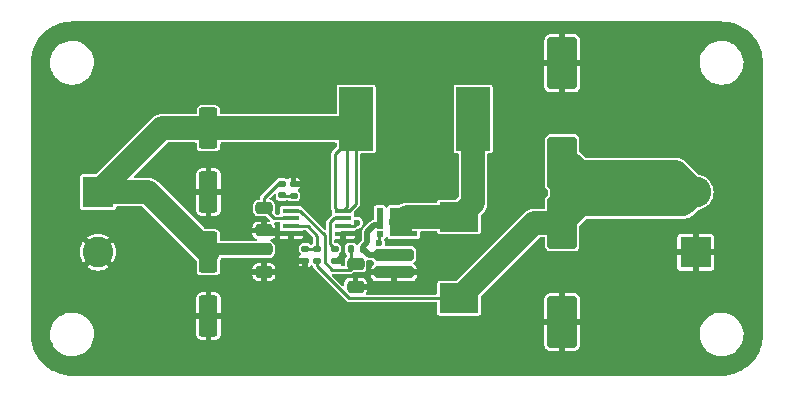
<source format=gbr>
%TF.GenerationSoftware,KiCad,Pcbnew,7.0.8*%
%TF.CreationDate,2023-10-17T18:42:51+11:00*%
%TF.ProjectId,bstconv,62737463-6f6e-4762-9e6b-696361645f70,rev?*%
%TF.SameCoordinates,Original*%
%TF.FileFunction,Copper,L1,Top*%
%TF.FilePolarity,Positive*%
%FSLAX46Y46*%
G04 Gerber Fmt 4.6, Leading zero omitted, Abs format (unit mm)*
G04 Created by KiCad (PCBNEW 7.0.8) date 2023-10-17 18:42:51*
%MOMM*%
%LPD*%
G01*
G04 APERTURE LIST*
G04 Aperture macros list*
%AMRoundRect*
0 Rectangle with rounded corners*
0 $1 Rounding radius*
0 $2 $3 $4 $5 $6 $7 $8 $9 X,Y pos of 4 corners*
0 Add a 4 corners polygon primitive as box body*
4,1,4,$2,$3,$4,$5,$6,$7,$8,$9,$2,$3,0*
0 Add four circle primitives for the rounded corners*
1,1,$1+$1,$2,$3*
1,1,$1+$1,$4,$5*
1,1,$1+$1,$6,$7*
1,1,$1+$1,$8,$9*
0 Add four rect primitives between the rounded corners*
20,1,$1+$1,$2,$3,$4,$5,0*
20,1,$1+$1,$4,$5,$6,$7,0*
20,1,$1+$1,$6,$7,$8,$9,0*
20,1,$1+$1,$8,$9,$2,$3,0*%
%AMFreePoly0*
4,1,17,1.371000,0.720000,0.950000,0.720000,0.950000,0.580000,1.370000,0.580000,1.370000,0.080000,0.950000,0.080000,0.950000,-0.080000,1.370000,-0.080000,1.370000,-0.580000,0.950000,-0.580000,0.950000,-0.720000,1.370000,-0.720000,1.370000,-1.225000,-0.950000,-1.225000,-0.950000,1.225000,1.371000,1.225000,1.371000,0.720000,1.371000,0.720000,$1*%
G04 Aperture macros list end*
%TA.AperFunction,SMDPad,CuDef*%
%ADD10RoundRect,0.135000X-0.185000X0.135000X-0.185000X-0.135000X0.185000X-0.135000X0.185000X0.135000X0*%
%TD*%
%TA.AperFunction,SMDPad,CuDef*%
%ADD11R,1.450000X0.450000*%
%TD*%
%TA.AperFunction,SMDPad,CuDef*%
%ADD12RoundRect,0.250000X-0.475000X0.250000X-0.475000X-0.250000X0.475000X-0.250000X0.475000X0.250000X0*%
%TD*%
%TA.AperFunction,ComponentPad*%
%ADD13R,2.600000X2.600000*%
%TD*%
%TA.AperFunction,ComponentPad*%
%ADD14C,2.600000*%
%TD*%
%TA.AperFunction,SMDPad,CuDef*%
%ADD15R,2.900000X5.400000*%
%TD*%
%TA.AperFunction,SMDPad,CuDef*%
%ADD16RoundRect,0.135000X0.185000X-0.135000X0.185000X0.135000X-0.185000X0.135000X-0.185000X-0.135000X0*%
%TD*%
%TA.AperFunction,SMDPad,CuDef*%
%ADD17RoundRect,0.250000X-0.550000X1.500000X-0.550000X-1.500000X0.550000X-1.500000X0.550000X1.500000X0*%
%TD*%
%TA.AperFunction,SMDPad,CuDef*%
%ADD18R,0.630000X0.500000*%
%TD*%
%TA.AperFunction,SMDPad,CuDef*%
%ADD19FreePoly0,0.000000*%
%TD*%
%TA.AperFunction,SMDPad,CuDef*%
%ADD20RoundRect,0.250000X1.450000X-0.250000X1.450000X0.250000X-1.450000X0.250000X-1.450000X-0.250000X0*%
%TD*%
%TA.AperFunction,SMDPad,CuDef*%
%ADD21RoundRect,0.135000X-0.135000X-0.185000X0.135000X-0.185000X0.135000X0.185000X-0.135000X0.185000X0*%
%TD*%
%TA.AperFunction,SMDPad,CuDef*%
%ADD22RoundRect,0.250000X1.000000X-1.950000X1.000000X1.950000X-1.000000X1.950000X-1.000000X-1.950000X0*%
%TD*%
%TA.AperFunction,SMDPad,CuDef*%
%ADD23R,3.300000X2.500000*%
%TD*%
%TA.AperFunction,SMDPad,CuDef*%
%ADD24RoundRect,0.140000X-0.170000X0.140000X-0.170000X-0.140000X0.170000X-0.140000X0.170000X0.140000X0*%
%TD*%
%TA.AperFunction,SMDPad,CuDef*%
%ADD25RoundRect,0.250000X-1.000000X1.950000X-1.000000X-1.950000X1.000000X-1.950000X1.000000X1.950000X0*%
%TD*%
%TA.AperFunction,ViaPad*%
%ADD26C,0.600000*%
%TD*%
%TA.AperFunction,Conductor*%
%ADD27C,0.250000*%
%TD*%
%TA.AperFunction,Conductor*%
%ADD28C,2.000000*%
%TD*%
%TA.AperFunction,Conductor*%
%ADD29C,1.000000*%
%TD*%
%TA.AperFunction,Conductor*%
%ADD30C,0.500000*%
%TD*%
G04 APERTURE END LIST*
D10*
%TO.P,R1,1*%
%TO.N,Net-(U1-FA{slash}SD)*%
X144750000Y-152240000D03*
%TO.P,R1,2*%
%TO.N,GND*%
X144750000Y-153260000D03*
%TD*%
D11*
%TO.P,U1,1,I_{SEN}*%
%TO.N,Net-(U1-I_{SEN})*%
X141050000Y-149025000D03*
%TO.P,U1,2,COMP*%
%TO.N,Net-(U1-COMP)*%
X141050000Y-149675000D03*
%TO.P,U1,3,FB*%
%TO.N,Net-(U1-FB)*%
X141050000Y-150325000D03*
%TO.P,U1,4,AGND*%
%TO.N,GND*%
X141050000Y-150975000D03*
%TO.P,U1,5,PGND*%
X145450000Y-150975000D03*
%TO.P,U1,6,DR*%
%TO.N,Net-(Q1-G)*%
X145450000Y-150325000D03*
%TO.P,U1,7,FA/SD*%
%TO.N,Net-(U1-FA{slash}SD)*%
X145450000Y-149675000D03*
%TO.P,U1,8,V_{IN}*%
%TO.N,+15V*%
X145450000Y-149025000D03*
%TD*%
D12*
%TO.P,C4,1*%
%TO.N,Net-(U1-COMP)*%
X138750000Y-148800000D03*
%TO.P,C4,2*%
%TO.N,GND*%
X138750000Y-150700000D03*
%TD*%
D13*
%TO.P,J1,1,Pin_1*%
%TO.N,+15V*%
X124695000Y-147455000D03*
D14*
%TO.P,J1,2,Pin_2*%
%TO.N,GND*%
X124695000Y-152535000D03*
%TD*%
D15*
%TO.P,L1,1,1*%
%TO.N,+15V*%
X146550000Y-141250000D03*
%TO.P,L1,2,2*%
%TO.N,Net-(Q1-D)*%
X156450000Y-141250000D03*
%TD*%
D16*
%TO.P,R2,1*%
%TO.N,Net-(C5-Pad2)*%
X141250000Y-147760000D03*
%TO.P,R2,2*%
%TO.N,GND*%
X141250000Y-146740000D03*
%TD*%
D17*
%TO.P,C1,1*%
%TO.N,+15V*%
X134050000Y-152550000D03*
%TO.P,C1,2*%
%TO.N,GND*%
X134050000Y-157950000D03*
%TD*%
D13*
%TO.P,J2,1,Pin_1*%
%TO.N,GND*%
X175305000Y-152540000D03*
D14*
%TO.P,J2,2,Pin_2*%
%TO.N,Net-(J2-Pin_2)*%
X175305000Y-147460000D03*
%TD*%
D10*
%TO.P,R3,1*%
%TO.N,Net-(U1-FB)*%
X142250000Y-152240000D03*
%TO.P,R3,2*%
%TO.N,GND*%
X142250000Y-153260000D03*
%TD*%
D18*
%TO.P,Q1,1,S*%
%TO.N,Net-(Q1-S-Pad1)*%
X148560000Y-149030000D03*
%TO.P,Q1,2,S*%
X148560000Y-149670000D03*
%TO.P,Q1,3,S*%
X148560000Y-150330000D03*
%TO.P,Q1,4,G*%
%TO.N,Net-(Q1-G)*%
X148560000Y-150970000D03*
D19*
%TO.P,Q1,5,D*%
%TO.N,Net-(Q1-D)*%
X150385000Y-150000000D03*
%TD*%
D20*
%TO.P,R6,1*%
%TO.N,GND*%
X149750000Y-154250000D03*
%TO.P,R6,2*%
%TO.N,Net-(Q1-S-Pad1)*%
X149750000Y-152750000D03*
%TD*%
D21*
%TO.P,R5,1*%
%TO.N,Net-(U1-I_{SEN})*%
X146090000Y-152250000D03*
%TO.P,R5,2*%
%TO.N,Net-(Q1-S-Pad1)*%
X147110000Y-152250000D03*
%TD*%
D10*
%TO.P,R4,1*%
%TO.N,Net-(U1-FB)*%
X143250000Y-152240000D03*
%TO.P,R4,2*%
%TO.N,Net-(J2-Pin_2)*%
X143250000Y-153260000D03*
%TD*%
D22*
%TO.P,C7,1*%
%TO.N,Net-(J2-Pin_2)*%
X164000000Y-144950000D03*
%TO.P,C7,2*%
%TO.N,GND*%
X164000000Y-136550000D03*
%TD*%
D23*
%TO.P,D1,A*%
%TO.N,Net-(Q1-D)*%
X155260000Y-149550000D03*
%TO.P,D1,K*%
%TO.N,Net-(J2-Pin_2)*%
X155250000Y-156450000D03*
%TD*%
D12*
%TO.P,C3,1*%
%TO.N,+15V*%
X138750000Y-152300000D03*
%TO.P,C3,2*%
%TO.N,GND*%
X138750000Y-154200000D03*
%TD*%
%TO.P,C6,1*%
%TO.N,Net-(U1-I_{SEN})*%
X146500000Y-153550000D03*
%TO.P,C6,2*%
%TO.N,GND*%
X146500000Y-155450000D03*
%TD*%
D24*
%TO.P,C5,1*%
%TO.N,Net-(U1-COMP)*%
X140250000Y-146770000D03*
%TO.P,C5,2*%
%TO.N,Net-(C5-Pad2)*%
X140250000Y-147730000D03*
%TD*%
D17*
%TO.P,C2,1*%
%TO.N,+15V*%
X134050000Y-142050000D03*
%TO.P,C2,2*%
%TO.N,GND*%
X134050000Y-147450000D03*
%TD*%
D25*
%TO.P,C8,1*%
%TO.N,Net-(J2-Pin_2)*%
X164000000Y-150050000D03*
%TO.P,C8,2*%
%TO.N,GND*%
X164000000Y-158450000D03*
%TD*%
D26*
%TO.N,GND*%
X137000000Y-150750000D03*
X136750000Y-158000000D03*
X144000000Y-146250000D03*
X148750000Y-144750000D03*
X148250000Y-155750000D03*
X140750000Y-152250000D03*
X162250000Y-136500000D03*
X147250000Y-145500000D03*
X144000000Y-144750000D03*
X147250000Y-146250000D03*
X148000000Y-144750000D03*
X147250000Y-144750000D03*
X137000000Y-147250000D03*
X141750000Y-144750000D03*
X147250000Y-147000000D03*
X144000000Y-145500000D03*
X136750000Y-154250000D03*
X164000000Y-155750000D03*
X140750000Y-154250000D03*
X143250000Y-144750000D03*
X164000000Y-139250000D03*
X162250000Y-158500000D03*
X151250000Y-155750000D03*
X142500000Y-144750000D03*
X149750000Y-144750000D03*
X144000000Y-147000000D03*
%TO.N,Net-(Q1-G)*%
X148500000Y-151750000D03*
X146652412Y-150046896D03*
%TD*%
D27*
%TO.N,Net-(U1-COMP)*%
X139940000Y-146770000D02*
X138750000Y-147960000D01*
X138750000Y-148800000D02*
X139625000Y-149675000D01*
X140250000Y-146770000D02*
X139940000Y-146770000D01*
X139625000Y-149675000D02*
X141050000Y-149675000D01*
X138750000Y-147960000D02*
X138750000Y-148800000D01*
%TO.N,GND*%
X144750000Y-153260000D02*
X145450000Y-152560000D01*
X145450000Y-152560000D02*
X145450000Y-150975000D01*
X139025000Y-150975000D02*
X138750000Y-150700000D01*
X141050000Y-150975000D02*
X139025000Y-150975000D01*
%TO.N,Net-(C5-Pad2)*%
X141250000Y-147760000D02*
X140280000Y-147760000D01*
D28*
%TO.N,+15V*%
X134050000Y-142050000D02*
X145750000Y-142050000D01*
X130100000Y-142050000D02*
X124695000Y-147455000D01*
D27*
X145975000Y-149025000D02*
X146550000Y-148450000D01*
X144750000Y-144250000D02*
X146550000Y-142450000D01*
D28*
X145750000Y-142050000D02*
X146550000Y-141250000D01*
D27*
X145750000Y-148725000D02*
X145750000Y-142050000D01*
D28*
X128955000Y-147455000D02*
X124695000Y-147455000D01*
D29*
X138750000Y-152300000D02*
X134300000Y-152300000D01*
D27*
X144750000Y-148787500D02*
X144750000Y-144250000D01*
X144987500Y-149025000D02*
X144750000Y-148787500D01*
D28*
X134050000Y-152550000D02*
X128955000Y-147455000D01*
D27*
X146550000Y-148450000D02*
X146550000Y-141250000D01*
X145450000Y-149025000D02*
X145750000Y-148725000D01*
D28*
X134050000Y-142050000D02*
X130100000Y-142050000D01*
D27*
%TO.N,Net-(U1-I_{SEN})*%
X143895000Y-153395000D02*
X143895000Y-151110380D01*
X144545852Y-154045852D02*
X143895000Y-153395000D01*
X146090000Y-153140000D02*
X146500000Y-153550000D01*
X141809620Y-149025000D02*
X141050000Y-149025000D01*
X143895000Y-151110380D02*
X141809620Y-149025000D01*
X146500000Y-153550000D02*
X146004148Y-154045852D01*
X146090000Y-152250000D02*
X146090000Y-153140000D01*
X146004148Y-154045852D02*
X144545852Y-154045852D01*
D28*
%TO.N,Net-(Q1-D)*%
X156450000Y-141250000D02*
X156450000Y-148360000D01*
X150835000Y-149550000D02*
X150385000Y-150000000D01*
X155260000Y-149550000D02*
X150835000Y-149550000D01*
X156450000Y-148360000D02*
X155260000Y-149550000D01*
D30*
%TO.N,Net-(Q1-S-Pad1)*%
X148560000Y-149030000D02*
X148560000Y-149670000D01*
X148050000Y-150270000D02*
X147500000Y-150820000D01*
X148560000Y-150270000D02*
X148050000Y-150270000D01*
X148560000Y-149670000D02*
X148560000Y-150270000D01*
X147500000Y-151689339D02*
X147110000Y-152079339D01*
X147110000Y-152079339D02*
X147110000Y-152250000D01*
X147500000Y-150820000D02*
X147500000Y-151689339D01*
X147610000Y-152750000D02*
X149750000Y-152750000D01*
X147110000Y-152250000D02*
X147610000Y-152750000D01*
D27*
%TO.N,Net-(Q1-G)*%
X146374308Y-150325000D02*
X145450000Y-150325000D01*
X148500000Y-151750000D02*
X148500000Y-151030000D01*
X146652412Y-150046896D02*
X146374308Y-150325000D01*
%TO.N,Net-(U1-FA{slash}SD)*%
X145450000Y-149675000D02*
X144690380Y-149675000D01*
X144345000Y-151835000D02*
X144750000Y-152240000D01*
X144345000Y-150020380D02*
X144345000Y-151835000D01*
X144690380Y-149675000D02*
X144345000Y-150020380D01*
%TO.N,Net-(U1-FB)*%
X142442310Y-150325000D02*
X141050000Y-150325000D01*
X143250000Y-152240000D02*
X143250000Y-151132690D01*
X143250000Y-151132690D02*
X142442310Y-150325000D01*
X143250000Y-152240000D02*
X142250000Y-152240000D01*
D28*
%TO.N,Net-(J2-Pin_2)*%
X165500000Y-145750000D02*
X173595000Y-145750000D01*
X173595000Y-145750000D02*
X175305000Y-147460000D01*
D27*
X145961826Y-156450000D02*
X155250000Y-156450000D01*
D28*
X164000000Y-147500000D02*
X164290000Y-147210000D01*
X175305000Y-147460000D02*
X174265000Y-148500000D01*
X175055000Y-147210000D02*
X175305000Y-147460000D01*
X161650000Y-150050000D02*
X155250000Y-156450000D01*
X174265000Y-148500000D02*
X165550000Y-148500000D01*
D27*
X143250000Y-153260000D02*
X143250000Y-153738174D01*
D28*
X164700000Y-144950000D02*
X165500000Y-145750000D01*
D27*
X143250000Y-153738174D02*
X145961826Y-156450000D01*
D28*
X164290000Y-147210000D02*
X175055000Y-147210000D01*
X164000000Y-150050000D02*
X161650000Y-150050000D01*
X164000000Y-144950000D02*
X164700000Y-144950000D01*
X164000000Y-150050000D02*
X164000000Y-147500000D01*
X165550000Y-148500000D02*
X164000000Y-150050000D01*
X164000000Y-147500000D02*
X164000000Y-144950000D01*
%TD*%
%TA.AperFunction,Conductor*%
%TO.N,GND*%
G36*
X177501210Y-133000560D02*
G01*
X177550940Y-133003002D01*
X177652546Y-133007994D01*
X177847189Y-133018195D01*
X177851836Y-133018660D01*
X178021733Y-133043862D01*
X178198146Y-133071803D01*
X178202381Y-133072667D01*
X178372207Y-133115206D01*
X178541822Y-133160654D01*
X178545655Y-133161851D01*
X178711894Y-133221332D01*
X178874710Y-133283832D01*
X178878099Y-133285281D01*
X179038476Y-133361134D01*
X179066882Y-133375608D01*
X179193380Y-133440063D01*
X179196356Y-133441710D01*
X179348960Y-133533177D01*
X179494587Y-133627748D01*
X179497115Y-133629504D01*
X179564823Y-133679719D01*
X179640331Y-133735720D01*
X179775263Y-133844985D01*
X179777318Y-133846747D01*
X179908742Y-133965862D01*
X179910486Y-133967523D01*
X180032475Y-134089512D01*
X180034139Y-134091259D01*
X180153247Y-134222675D01*
X180155019Y-134224742D01*
X180264283Y-134359673D01*
X180273437Y-134372015D01*
X180370494Y-134502883D01*
X180372250Y-134505411D01*
X180466822Y-134651039D01*
X180558288Y-134803642D01*
X180559935Y-134806618D01*
X180638868Y-134961529D01*
X180714711Y-135121886D01*
X180716176Y-135125312D01*
X180778672Y-135288120D01*
X180838140Y-135454321D01*
X180839347Y-135458187D01*
X180884790Y-135627780D01*
X180889961Y-135648422D01*
X180927325Y-135797588D01*
X180928199Y-135801874D01*
X180956145Y-135978317D01*
X180981336Y-136148144D01*
X180981804Y-136152819D01*
X180992011Y-136347561D01*
X180999440Y-136498791D01*
X180999500Y-136501220D01*
X180999500Y-159498779D01*
X180999440Y-159501208D01*
X180992011Y-159652438D01*
X180981804Y-159847179D01*
X180981336Y-159851854D01*
X180956145Y-160021682D01*
X180928199Y-160198124D01*
X180927325Y-160202410D01*
X180884793Y-160372210D01*
X180839347Y-160541811D01*
X180838140Y-160545677D01*
X180778672Y-160711879D01*
X180716176Y-160874687D01*
X180714711Y-160878112D01*
X180638868Y-161038470D01*
X180559935Y-161193380D01*
X180558288Y-161196356D01*
X180466822Y-161348960D01*
X180372250Y-161494587D01*
X180370495Y-161497115D01*
X180264285Y-161640324D01*
X180155028Y-161775245D01*
X180153236Y-161777336D01*
X180034150Y-161908727D01*
X180032475Y-161910486D01*
X179910486Y-162032475D01*
X179908727Y-162034150D01*
X179777336Y-162153236D01*
X179775245Y-162155028D01*
X179640324Y-162264285D01*
X179497115Y-162370495D01*
X179494587Y-162372250D01*
X179348960Y-162466822D01*
X179196356Y-162558288D01*
X179193380Y-162559935D01*
X179038470Y-162638868D01*
X178878112Y-162714711D01*
X178874687Y-162716176D01*
X178711879Y-162778672D01*
X178545677Y-162838140D01*
X178541811Y-162839347D01*
X178372210Y-162884793D01*
X178202410Y-162927325D01*
X178198124Y-162928199D01*
X178021682Y-162956145D01*
X177851854Y-162981336D01*
X177847179Y-162981804D01*
X177652438Y-162992011D01*
X177501208Y-162999440D01*
X177498779Y-162999500D01*
X122501221Y-162999500D01*
X122498792Y-162999440D01*
X122347561Y-162992011D01*
X122152819Y-162981804D01*
X122148144Y-162981336D01*
X121978317Y-162956145D01*
X121801874Y-162928199D01*
X121797588Y-162927325D01*
X121627798Y-162884795D01*
X121603002Y-162878151D01*
X121458187Y-162839347D01*
X121454321Y-162838140D01*
X121288120Y-162778672D01*
X121125312Y-162716176D01*
X121121886Y-162714711D01*
X120961529Y-162638868D01*
X120806618Y-162559935D01*
X120803642Y-162558288D01*
X120651039Y-162466822D01*
X120505411Y-162372250D01*
X120502883Y-162370494D01*
X120359675Y-162264285D01*
X120224742Y-162155019D01*
X120222675Y-162153247D01*
X120091259Y-162034139D01*
X120089512Y-162032475D01*
X119967523Y-161910486D01*
X119965862Y-161908742D01*
X119846747Y-161777318D01*
X119844985Y-161775263D01*
X119735714Y-161640324D01*
X119679719Y-161564823D01*
X119629504Y-161497115D01*
X119627748Y-161494587D01*
X119533177Y-161348960D01*
X119441710Y-161196356D01*
X119440063Y-161193380D01*
X119361131Y-161038470D01*
X119342209Y-160998462D01*
X119285281Y-160878099D01*
X119283832Y-160874710D01*
X119221327Y-160711879D01*
X119161851Y-160545655D01*
X119160654Y-160541822D01*
X119115206Y-160372207D01*
X119072667Y-160202381D01*
X119071803Y-160198146D01*
X119043854Y-160021682D01*
X119018660Y-159851836D01*
X119018195Y-159847189D01*
X119007994Y-159652562D01*
X119003829Y-159567765D01*
X120645788Y-159567765D01*
X120675414Y-159837020D01*
X120723691Y-160021682D01*
X120743928Y-160099088D01*
X120849870Y-160348390D01*
X120910554Y-160447824D01*
X120990983Y-160579612D01*
X121164253Y-160787818D01*
X121289454Y-160899999D01*
X121365998Y-160968582D01*
X121588624Y-161115870D01*
X121591913Y-161118046D01*
X121724100Y-161180012D01*
X121837176Y-161233020D01*
X121982628Y-161276780D01*
X122096555Y-161311056D01*
X122096559Y-161311057D01*
X122096569Y-161311060D01*
X122263840Y-161335677D01*
X122364560Y-161350500D01*
X122364561Y-161350500D01*
X122567633Y-161350500D01*
X122625495Y-161346264D01*
X122770156Y-161335677D01*
X123034553Y-161276780D01*
X123287558Y-161180014D01*
X123523777Y-161047441D01*
X123738177Y-160881888D01*
X123926186Y-160686881D01*
X124083799Y-160466579D01*
X124093442Y-160447824D01*
X162499999Y-160447824D01*
X162506401Y-160507370D01*
X162506403Y-160507381D01*
X162556646Y-160642088D01*
X162556647Y-160642090D01*
X162642807Y-160757184D01*
X162642815Y-160757192D01*
X162757909Y-160843352D01*
X162757911Y-160843353D01*
X162892618Y-160893596D01*
X162892629Y-160893598D01*
X162952176Y-160900000D01*
X163749999Y-160900000D01*
X163750000Y-160899999D01*
X164250000Y-160899999D01*
X164250001Y-160900000D01*
X165047824Y-160900000D01*
X165107370Y-160893598D01*
X165107381Y-160893596D01*
X165242088Y-160843353D01*
X165242090Y-160843352D01*
X165357184Y-160757192D01*
X165357192Y-160757184D01*
X165443352Y-160642090D01*
X165443353Y-160642088D01*
X165493596Y-160507381D01*
X165493598Y-160507370D01*
X165500000Y-160447824D01*
X165500000Y-159567765D01*
X175645788Y-159567765D01*
X175675414Y-159837020D01*
X175723691Y-160021682D01*
X175743928Y-160099088D01*
X175849870Y-160348390D01*
X175910554Y-160447824D01*
X175990983Y-160579612D01*
X176164253Y-160787818D01*
X176289454Y-160899999D01*
X176365998Y-160968582D01*
X176588624Y-161115870D01*
X176591913Y-161118046D01*
X176724100Y-161180012D01*
X176837176Y-161233020D01*
X176982628Y-161276780D01*
X177096555Y-161311056D01*
X177096559Y-161311057D01*
X177096569Y-161311060D01*
X177263840Y-161335677D01*
X177364560Y-161350500D01*
X177364561Y-161350500D01*
X177567633Y-161350500D01*
X177625495Y-161346264D01*
X177770156Y-161335677D01*
X178034553Y-161276780D01*
X178287558Y-161180014D01*
X178523777Y-161047441D01*
X178738177Y-160881888D01*
X178926186Y-160686881D01*
X179083799Y-160466579D01*
X179207656Y-160225675D01*
X179295118Y-159969305D01*
X179344319Y-159702933D01*
X179354212Y-159432235D01*
X179324586Y-159162982D01*
X179256072Y-158900912D01*
X179150130Y-158651610D01*
X179009018Y-158420390D01*
X178835745Y-158212180D01*
X178730754Y-158118108D01*
X178634007Y-158031422D01*
X178634004Y-158031420D01*
X178634002Y-158031418D01*
X178484489Y-157932501D01*
X178408086Y-157881953D01*
X178162822Y-157766979D01*
X177903444Y-157688943D01*
X177903428Y-157688939D01*
X177635440Y-157649500D01*
X177635439Y-157649500D01*
X177432369Y-157649500D01*
X177432367Y-157649500D01*
X177229848Y-157664322D01*
X176965450Y-157723219D01*
X176712439Y-157819987D01*
X176476219Y-157952561D01*
X176261826Y-158118108D01*
X176073814Y-158313119D01*
X175916199Y-158533422D01*
X175792342Y-158774328D01*
X175704884Y-159030687D01*
X175704881Y-159030698D01*
X175655680Y-159297069D01*
X175645788Y-159567765D01*
X165500000Y-159567765D01*
X165500000Y-158700001D01*
X165499999Y-158700000D01*
X164250001Y-158700000D01*
X164250000Y-158700001D01*
X164250000Y-160899999D01*
X163750000Y-160899999D01*
X163750000Y-158700001D01*
X163749999Y-158700000D01*
X162500001Y-158700000D01*
X162500000Y-158700001D01*
X162500000Y-160447824D01*
X162499999Y-160447824D01*
X124093442Y-160447824D01*
X124207656Y-160225675D01*
X124295118Y-159969305D01*
X124344319Y-159702933D01*
X124351815Y-159497824D01*
X132999999Y-159497824D01*
X133006401Y-159557370D01*
X133006403Y-159557381D01*
X133056646Y-159692088D01*
X133056647Y-159692090D01*
X133142807Y-159807184D01*
X133142815Y-159807192D01*
X133257909Y-159893352D01*
X133257911Y-159893353D01*
X133392618Y-159943596D01*
X133392629Y-159943598D01*
X133452176Y-159950000D01*
X133799999Y-159950000D01*
X133800000Y-159949999D01*
X134300000Y-159949999D01*
X134300001Y-159950000D01*
X134647824Y-159950000D01*
X134707370Y-159943598D01*
X134707381Y-159943596D01*
X134842088Y-159893353D01*
X134842090Y-159893352D01*
X134957184Y-159807192D01*
X134957192Y-159807184D01*
X135043352Y-159692090D01*
X135043353Y-159692088D01*
X135093596Y-159557381D01*
X135093598Y-159557370D01*
X135100000Y-159497824D01*
X135100000Y-158200001D01*
X135099999Y-158200000D01*
X134300001Y-158200000D01*
X134300000Y-158200001D01*
X134300000Y-159949999D01*
X133800000Y-159949999D01*
X133800000Y-158200001D01*
X133799999Y-158200000D01*
X133000001Y-158200000D01*
X133000000Y-158200001D01*
X133000000Y-159497824D01*
X132999999Y-159497824D01*
X124351815Y-159497824D01*
X124354212Y-159432235D01*
X124324586Y-159162982D01*
X124256072Y-158900912D01*
X124150130Y-158651610D01*
X124009018Y-158420390D01*
X123835745Y-158212180D01*
X123822150Y-158199999D01*
X162500000Y-158199999D01*
X162500001Y-158200000D01*
X163749999Y-158200000D01*
X163750000Y-158199999D01*
X164250000Y-158199999D01*
X164250001Y-158200000D01*
X165499999Y-158200000D01*
X165500000Y-158199999D01*
X165500000Y-156452175D01*
X165493598Y-156392629D01*
X165493596Y-156392618D01*
X165443353Y-156257911D01*
X165443352Y-156257909D01*
X165357192Y-156142815D01*
X165357184Y-156142807D01*
X165242090Y-156056647D01*
X165242088Y-156056646D01*
X165107381Y-156006403D01*
X165107370Y-156006401D01*
X165047824Y-156000000D01*
X164250001Y-156000000D01*
X164250000Y-156000001D01*
X164250000Y-158199999D01*
X163750000Y-158199999D01*
X163750000Y-156000001D01*
X163749999Y-156000000D01*
X162952176Y-156000000D01*
X162892629Y-156006401D01*
X162892618Y-156006403D01*
X162757911Y-156056646D01*
X162757909Y-156056647D01*
X162642815Y-156142807D01*
X162642807Y-156142815D01*
X162556647Y-156257909D01*
X162556646Y-156257911D01*
X162506403Y-156392618D01*
X162506401Y-156392629D01*
X162500000Y-156452175D01*
X162500000Y-158199999D01*
X123822150Y-158199999D01*
X123730754Y-158118108D01*
X123634007Y-158031422D01*
X123634004Y-158031420D01*
X123634002Y-158031418D01*
X123484489Y-157932501D01*
X123408086Y-157881953D01*
X123162822Y-157766979D01*
X122940192Y-157699999D01*
X133000000Y-157699999D01*
X133000001Y-157700000D01*
X133799999Y-157700000D01*
X133800000Y-157699999D01*
X134300000Y-157699999D01*
X134300001Y-157700000D01*
X135099999Y-157700000D01*
X135100000Y-157699999D01*
X135100000Y-156402175D01*
X135093598Y-156342629D01*
X135093596Y-156342618D01*
X135043353Y-156207911D01*
X135043352Y-156207909D01*
X134957192Y-156092815D01*
X134957184Y-156092807D01*
X134842090Y-156006647D01*
X134842088Y-156006646D01*
X134707381Y-155956403D01*
X134707370Y-155956401D01*
X134647824Y-155950000D01*
X134300001Y-155950000D01*
X134300000Y-155950001D01*
X134300000Y-157699999D01*
X133800000Y-157699999D01*
X133800000Y-155950001D01*
X133799999Y-155950000D01*
X133452176Y-155950000D01*
X133392629Y-155956401D01*
X133392618Y-155956403D01*
X133257911Y-156006646D01*
X133257909Y-156006647D01*
X133142815Y-156092807D01*
X133142807Y-156092815D01*
X133056647Y-156207909D01*
X133056646Y-156207911D01*
X133006403Y-156342618D01*
X133006401Y-156342629D01*
X133000000Y-156402175D01*
X133000000Y-157699999D01*
X122940192Y-157699999D01*
X122903444Y-157688943D01*
X122903428Y-157688939D01*
X122635440Y-157649500D01*
X122635439Y-157649500D01*
X122432369Y-157649500D01*
X122432367Y-157649500D01*
X122229848Y-157664322D01*
X121965450Y-157723219D01*
X121712439Y-157819987D01*
X121476219Y-157952561D01*
X121261826Y-158118108D01*
X121073814Y-158313119D01*
X120916199Y-158533422D01*
X120792342Y-158774328D01*
X120704884Y-159030687D01*
X120704881Y-159030698D01*
X120655680Y-159297069D01*
X120645788Y-159567765D01*
X119003829Y-159567765D01*
X119003072Y-159552355D01*
X119000560Y-159501209D01*
X119000500Y-159498780D01*
X119000500Y-152535000D01*
X123140207Y-152535000D01*
X123159348Y-152778221D01*
X123216304Y-153015458D01*
X123309667Y-153240858D01*
X123309673Y-153240870D01*
X123433503Y-153442941D01*
X124092452Y-152783991D01*
X124102188Y-152813956D01*
X124190186Y-152952619D01*
X124309903Y-153065040D01*
X124444510Y-153139041D01*
X123787057Y-153796495D01*
X123989129Y-153920326D01*
X123989141Y-153920332D01*
X124214541Y-154013695D01*
X124214540Y-154013695D01*
X124451778Y-154070651D01*
X124695000Y-154089792D01*
X124938221Y-154070651D01*
X125175458Y-154013695D01*
X125400858Y-153920332D01*
X125400864Y-153920329D01*
X125602941Y-153796495D01*
X124942533Y-153136087D01*
X125010629Y-153109126D01*
X125143492Y-153012595D01*
X125248175Y-152886055D01*
X125296632Y-152783078D01*
X125956495Y-153442941D01*
X126080329Y-153240864D01*
X126080332Y-153240858D01*
X126173695Y-153015458D01*
X126230651Y-152778221D01*
X126249792Y-152535000D01*
X126230651Y-152291778D01*
X126173695Y-152054541D01*
X126080332Y-151829141D01*
X126080326Y-151829129D01*
X125956495Y-151627057D01*
X125297546Y-152286005D01*
X125287812Y-152256044D01*
X125199814Y-152117381D01*
X125080097Y-152004960D01*
X124945487Y-151930956D01*
X125602941Y-151273503D01*
X125400870Y-151149673D01*
X125400858Y-151149667D01*
X125175458Y-151056304D01*
X125175459Y-151056304D01*
X124938221Y-150999348D01*
X124695000Y-150980207D01*
X124451778Y-150999348D01*
X124214541Y-151056304D01*
X123989141Y-151149667D01*
X123989139Y-151149668D01*
X123787057Y-151273503D01*
X124447466Y-151933912D01*
X124379371Y-151960874D01*
X124246508Y-152057405D01*
X124141825Y-152183945D01*
X124093367Y-152286921D01*
X123433503Y-151627057D01*
X123309668Y-151829139D01*
X123309667Y-151829141D01*
X123216304Y-152054541D01*
X123159348Y-152291778D01*
X123140207Y-152535000D01*
X119000500Y-152535000D01*
X119000500Y-148774746D01*
X123194500Y-148774746D01*
X123194501Y-148774758D01*
X123206132Y-148833227D01*
X123206134Y-148833233D01*
X123232388Y-148872524D01*
X123250448Y-148899552D01*
X123316769Y-148943867D01*
X123361231Y-148952711D01*
X123375241Y-148955498D01*
X123375246Y-148955498D01*
X123375252Y-148955500D01*
X123375253Y-148955500D01*
X126014747Y-148955500D01*
X126014748Y-148955500D01*
X126073231Y-148943867D01*
X126139552Y-148899552D01*
X126183867Y-148833231D01*
X126195500Y-148774748D01*
X126195500Y-148754500D01*
X126214407Y-148696309D01*
X126263907Y-148660345D01*
X126294500Y-148655500D01*
X128416729Y-148655500D01*
X128474920Y-148674407D01*
X128486733Y-148684496D01*
X133020504Y-153218267D01*
X133048281Y-153272784D01*
X133049500Y-153288271D01*
X133049500Y-154104274D01*
X133052353Y-154134694D01*
X133052355Y-154134703D01*
X133097207Y-154262883D01*
X133177845Y-154372144D01*
X133177847Y-154372146D01*
X133177850Y-154372150D01*
X133177853Y-154372152D01*
X133177855Y-154372154D01*
X133287116Y-154452792D01*
X133287117Y-154452792D01*
X133287118Y-154452793D01*
X133415301Y-154497646D01*
X133445725Y-154500499D01*
X133445727Y-154500500D01*
X133445734Y-154500500D01*
X134654273Y-154500500D01*
X134654273Y-154500499D01*
X134682801Y-154497824D01*
X137774999Y-154497824D01*
X137781401Y-154557370D01*
X137781403Y-154557381D01*
X137831646Y-154692088D01*
X137831647Y-154692090D01*
X137917807Y-154807184D01*
X137917815Y-154807192D01*
X138032909Y-154893352D01*
X138032911Y-154893353D01*
X138167618Y-154943596D01*
X138167629Y-154943598D01*
X138227176Y-154950000D01*
X138499999Y-154950000D01*
X138500000Y-154949999D01*
X139000000Y-154949999D01*
X139000001Y-154950000D01*
X139272824Y-154950000D01*
X139332370Y-154943598D01*
X139332381Y-154943596D01*
X139467088Y-154893353D01*
X139467090Y-154893352D01*
X139582184Y-154807192D01*
X139582192Y-154807184D01*
X139668352Y-154692090D01*
X139668353Y-154692088D01*
X139718596Y-154557381D01*
X139718598Y-154557370D01*
X139725000Y-154497824D01*
X139725000Y-154450001D01*
X139724999Y-154450000D01*
X139000001Y-154450000D01*
X139000000Y-154450001D01*
X139000000Y-154949999D01*
X138500000Y-154949999D01*
X138500000Y-154450001D01*
X138499999Y-154450000D01*
X137775001Y-154450000D01*
X137775000Y-154450001D01*
X137775000Y-154497824D01*
X137774999Y-154497824D01*
X134682801Y-154497824D01*
X134684699Y-154497646D01*
X134812882Y-154452793D01*
X134922150Y-154372150D01*
X135002793Y-154262882D01*
X135047646Y-154134699D01*
X135050499Y-154104273D01*
X135050500Y-154104273D01*
X135050500Y-153949999D01*
X137775000Y-153949999D01*
X137775001Y-153950000D01*
X138499999Y-153950000D01*
X138500000Y-153949999D01*
X139000000Y-153949999D01*
X139000001Y-153950000D01*
X139724999Y-153950000D01*
X139725000Y-153949999D01*
X139725000Y-153902175D01*
X139718598Y-153842629D01*
X139718596Y-153842618D01*
X139668353Y-153707911D01*
X139668352Y-153707909D01*
X139582192Y-153592815D01*
X139582184Y-153592807D01*
X139471569Y-153510000D01*
X141692676Y-153510000D01*
X141747334Y-153621806D01*
X141838192Y-153712664D01*
X141953625Y-153769096D01*
X141953624Y-153769096D01*
X142000000Y-153775852D01*
X142000000Y-153510001D01*
X141999999Y-153510000D01*
X141692676Y-153510000D01*
X139471569Y-153510000D01*
X139467090Y-153506647D01*
X139467088Y-153506646D01*
X139332381Y-153456403D01*
X139332370Y-153456401D01*
X139272824Y-153450000D01*
X139000001Y-153450000D01*
X139000000Y-153450001D01*
X139000000Y-153949999D01*
X138500000Y-153949999D01*
X138500000Y-153450001D01*
X138499999Y-153450000D01*
X138227176Y-153450000D01*
X138167629Y-153456401D01*
X138167618Y-153456403D01*
X138032911Y-153506646D01*
X138032909Y-153506647D01*
X137917815Y-153592807D01*
X137917807Y-153592815D01*
X137831647Y-153707909D01*
X137831646Y-153707911D01*
X137781403Y-153842618D01*
X137781401Y-153842629D01*
X137775000Y-153902175D01*
X137775000Y-153949999D01*
X135050500Y-153949999D01*
X135050500Y-153244371D01*
X135067824Y-153188423D01*
X135103276Y-153136671D01*
X135137345Y-153059511D01*
X135178146Y-153013916D01*
X135227910Y-153000500D01*
X139279273Y-153000500D01*
X139279273Y-153000499D01*
X139309699Y-152997646D01*
X139437882Y-152952793D01*
X139547150Y-152872150D01*
X139627793Y-152762882D01*
X139672646Y-152634699D01*
X139675499Y-152604273D01*
X139675500Y-152604273D01*
X139675500Y-151995727D01*
X139675499Y-151995725D01*
X139673727Y-151976827D01*
X139672646Y-151965301D01*
X139627793Y-151837118D01*
X139626533Y-151835411D01*
X139547154Y-151727855D01*
X139547152Y-151727853D01*
X139547150Y-151727850D01*
X139547146Y-151727847D01*
X139547144Y-151727845D01*
X139437883Y-151647207D01*
X139360346Y-151620075D01*
X139311665Y-151583009D01*
X139294069Y-151524409D01*
X139314278Y-151466657D01*
X139358448Y-151433873D01*
X139467088Y-151393353D01*
X139467090Y-151393352D01*
X139582184Y-151307192D01*
X139582192Y-151307184D01*
X139643997Y-151224624D01*
X140075000Y-151224624D01*
X140089506Y-151297546D01*
X140089507Y-151297548D01*
X140144758Y-151380237D01*
X140144762Y-151380241D01*
X140227451Y-151435492D01*
X140227453Y-151435493D01*
X140300375Y-151449999D01*
X140300377Y-151450000D01*
X140824999Y-151450000D01*
X140825000Y-151449999D01*
X141275000Y-151449999D01*
X141275001Y-151450000D01*
X141799623Y-151450000D01*
X141799624Y-151449999D01*
X141872546Y-151435493D01*
X141872548Y-151435492D01*
X141955237Y-151380241D01*
X141955241Y-151380237D01*
X142010492Y-151297548D01*
X142010493Y-151297546D01*
X142024999Y-151224624D01*
X142025000Y-151224622D01*
X142025000Y-151200001D01*
X142024999Y-151200000D01*
X141275001Y-151200000D01*
X141275000Y-151200001D01*
X141275000Y-151449999D01*
X140825000Y-151449999D01*
X140825000Y-151200001D01*
X140824999Y-151200000D01*
X140075001Y-151200000D01*
X140075000Y-151200001D01*
X140075000Y-151224624D01*
X139643997Y-151224624D01*
X139668352Y-151192090D01*
X139668353Y-151192088D01*
X139718596Y-151057381D01*
X139718598Y-151057370D01*
X139725000Y-150997824D01*
X139725000Y-150950001D01*
X139724999Y-150950000D01*
X137775001Y-150950000D01*
X137775000Y-150950001D01*
X137775000Y-150997824D01*
X137774999Y-150997824D01*
X137781401Y-151057370D01*
X137781403Y-151057381D01*
X137831646Y-151192088D01*
X137831647Y-151192090D01*
X137917807Y-151307184D01*
X137917815Y-151307192D01*
X138032909Y-151393352D01*
X138071489Y-151407742D01*
X138119403Y-151445792D01*
X138135801Y-151504739D01*
X138114419Y-151562067D01*
X138063425Y-151595878D01*
X138036892Y-151599500D01*
X135149500Y-151599500D01*
X135091309Y-151580593D01*
X135055345Y-151531093D01*
X135050500Y-151500500D01*
X135050500Y-150995727D01*
X135050499Y-150995725D01*
X135047646Y-150965305D01*
X135047646Y-150965301D01*
X135002793Y-150837118D01*
X134989973Y-150819748D01*
X134922154Y-150727855D01*
X134922152Y-150727853D01*
X134922150Y-150727850D01*
X134922146Y-150727847D01*
X134922144Y-150727845D01*
X134812883Y-150647207D01*
X134684703Y-150602355D01*
X134684694Y-150602353D01*
X134654274Y-150599500D01*
X134654266Y-150599500D01*
X133838271Y-150599500D01*
X133780080Y-150580593D01*
X133768267Y-150570504D01*
X133647762Y-150449999D01*
X137775000Y-150449999D01*
X137775001Y-150450000D01*
X138499999Y-150450000D01*
X138500000Y-150449999D01*
X138500000Y-149950001D01*
X138499999Y-149950000D01*
X138227176Y-149950000D01*
X138167629Y-149956401D01*
X138167618Y-149956403D01*
X138032911Y-150006646D01*
X138032909Y-150006647D01*
X137917815Y-150092807D01*
X137917807Y-150092815D01*
X137831647Y-150207909D01*
X137831646Y-150207911D01*
X137781403Y-150342618D01*
X137781401Y-150342629D01*
X137775000Y-150402175D01*
X137775000Y-150449999D01*
X133647762Y-150449999D01*
X132195587Y-148997824D01*
X132999999Y-148997824D01*
X133006401Y-149057370D01*
X133006403Y-149057381D01*
X133056646Y-149192088D01*
X133056647Y-149192090D01*
X133142807Y-149307184D01*
X133142815Y-149307192D01*
X133257909Y-149393352D01*
X133257911Y-149393353D01*
X133392618Y-149443596D01*
X133392629Y-149443598D01*
X133452176Y-149450000D01*
X133799999Y-149450000D01*
X133800000Y-149449999D01*
X134300000Y-149449999D01*
X134300001Y-149450000D01*
X134647824Y-149450000D01*
X134707370Y-149443598D01*
X134707381Y-149443596D01*
X134842088Y-149393353D01*
X134842090Y-149393352D01*
X134957184Y-149307192D01*
X134957192Y-149307184D01*
X135043352Y-149192090D01*
X135043353Y-149192088D01*
X135093596Y-149057381D01*
X135093598Y-149057370D01*
X135100000Y-148997824D01*
X135100000Y-147700001D01*
X135099999Y-147700000D01*
X134300001Y-147700000D01*
X134300000Y-147700001D01*
X134300000Y-149449999D01*
X133800000Y-149449999D01*
X133800000Y-147700001D01*
X133799999Y-147700000D01*
X133000001Y-147700000D01*
X133000000Y-147700001D01*
X133000000Y-148997824D01*
X132999999Y-148997824D01*
X132195587Y-148997824D01*
X130397763Y-147199999D01*
X133000000Y-147199999D01*
X133000001Y-147200000D01*
X133799999Y-147200000D01*
X133800000Y-147199999D01*
X134300000Y-147199999D01*
X134300001Y-147200000D01*
X135099999Y-147200000D01*
X135100000Y-147199999D01*
X135100000Y-146224145D01*
X141500000Y-146224145D01*
X141500000Y-146489999D01*
X141500001Y-146490000D01*
X141807324Y-146490000D01*
X141807323Y-146489999D01*
X141752665Y-146378193D01*
X141661806Y-146287334D01*
X141546371Y-146230902D01*
X141500000Y-146224145D01*
X135100000Y-146224145D01*
X135100000Y-145902175D01*
X135093598Y-145842629D01*
X135093596Y-145842618D01*
X135043353Y-145707911D01*
X135043352Y-145707909D01*
X134957192Y-145592815D01*
X134957184Y-145592807D01*
X134842090Y-145506647D01*
X134842088Y-145506646D01*
X134707381Y-145456403D01*
X134707370Y-145456401D01*
X134647824Y-145450000D01*
X134300001Y-145450000D01*
X134300000Y-145450001D01*
X134300000Y-147199999D01*
X133800000Y-147199999D01*
X133800000Y-145450001D01*
X133799999Y-145450000D01*
X133452176Y-145450000D01*
X133392629Y-145456401D01*
X133392618Y-145456403D01*
X133257911Y-145506646D01*
X133257909Y-145506647D01*
X133142815Y-145592807D01*
X133142807Y-145592815D01*
X133056647Y-145707909D01*
X133056646Y-145707911D01*
X133006403Y-145842618D01*
X133006401Y-145842629D01*
X133000000Y-145902175D01*
X133000000Y-147199999D01*
X130397763Y-147199999D01*
X129824296Y-146626532D01*
X129822716Y-146624878D01*
X129767234Y-146564017D01*
X129701516Y-146514390D01*
X129699723Y-146512970D01*
X129636355Y-146460349D01*
X129636352Y-146460347D01*
X129614966Y-146448435D01*
X129609220Y-146444691D01*
X129589689Y-146429942D01*
X129589685Y-146429940D01*
X129515979Y-146393238D01*
X129513956Y-146392172D01*
X129441988Y-146352086D01*
X129441982Y-146352084D01*
X129418772Y-146344303D01*
X129412434Y-146341678D01*
X129390527Y-146330770D01*
X129311291Y-146308224D01*
X129309107Y-146307548D01*
X129231041Y-146281384D01*
X129231031Y-146281381D01*
X129206795Y-146278000D01*
X129200082Y-146276584D01*
X129176537Y-146269885D01*
X129176534Y-146269884D01*
X129094505Y-146262282D01*
X129092235Y-146262019D01*
X129010675Y-146250643D01*
X128937939Y-146254007D01*
X128928418Y-146254447D01*
X128926140Y-146254500D01*
X127832271Y-146254500D01*
X127774080Y-146235593D01*
X127738116Y-146186093D01*
X127738116Y-146124907D01*
X127762267Y-146085496D01*
X130568267Y-143279496D01*
X130622784Y-143251719D01*
X130638271Y-143250500D01*
X132950500Y-143250500D01*
X133008691Y-143269407D01*
X133044655Y-143318907D01*
X133049500Y-143349500D01*
X133049500Y-143604274D01*
X133052353Y-143634694D01*
X133052355Y-143634703D01*
X133097207Y-143762883D01*
X133177845Y-143872144D01*
X133177847Y-143872146D01*
X133177850Y-143872150D01*
X133177853Y-143872152D01*
X133177855Y-143872154D01*
X133287116Y-143952792D01*
X133287117Y-143952792D01*
X133287118Y-143952793D01*
X133415301Y-143997646D01*
X133445725Y-144000499D01*
X133445727Y-144000500D01*
X133445734Y-144000500D01*
X134654273Y-144000500D01*
X134654273Y-144000499D01*
X134684699Y-143997646D01*
X134812882Y-143952793D01*
X134922150Y-143872150D01*
X135002793Y-143762882D01*
X135047646Y-143634699D01*
X135050499Y-143604273D01*
X135050500Y-143604273D01*
X135050500Y-143349500D01*
X135069407Y-143291309D01*
X135118907Y-143255345D01*
X135149500Y-143250500D01*
X144800500Y-143250500D01*
X144858691Y-143269407D01*
X144894655Y-143318907D01*
X144899500Y-143349500D01*
X144899500Y-143599165D01*
X144880593Y-143657356D01*
X144870503Y-143669169D01*
X144531413Y-144008259D01*
X144528228Y-144011176D01*
X144496807Y-144037542D01*
X144496806Y-144037544D01*
X144476292Y-144073075D01*
X144473972Y-144076716D01*
X144450446Y-144110316D01*
X144450442Y-144110324D01*
X144450051Y-144111786D01*
X144440170Y-144135640D01*
X144439414Y-144136948D01*
X144439410Y-144136960D01*
X144432287Y-144177349D01*
X144431353Y-144181564D01*
X144420736Y-144221187D01*
X144420736Y-144221193D01*
X144424312Y-144262072D01*
X144424500Y-144266373D01*
X144424500Y-148771125D01*
X144424312Y-148775427D01*
X144420736Y-148816307D01*
X144422738Y-148823778D01*
X144431354Y-148855936D01*
X144432289Y-148860152D01*
X144439411Y-148900545D01*
X144440164Y-148901848D01*
X144450054Y-148925724D01*
X144450443Y-148927179D01*
X144450446Y-148927184D01*
X144470271Y-148955498D01*
X144473971Y-148960781D01*
X144476288Y-148964418D01*
X144496806Y-148999955D01*
X144496808Y-148999956D01*
X144501337Y-149005354D01*
X144524259Y-149062084D01*
X144524500Y-149068992D01*
X144524500Y-149269751D01*
X144532992Y-149312442D01*
X144525800Y-149373204D01*
X144485400Y-149417489D01*
X144477926Y-149421804D01*
X144451561Y-149453224D01*
X144448643Y-149456408D01*
X144126413Y-149778639D01*
X144123229Y-149781556D01*
X144091807Y-149807922D01*
X144091806Y-149807924D01*
X144087877Y-149814730D01*
X144074223Y-149838379D01*
X144071292Y-149843455D01*
X144068972Y-149847096D01*
X144045446Y-149880696D01*
X144045442Y-149880704D01*
X144045051Y-149882166D01*
X144035170Y-149906020D01*
X144034414Y-149907328D01*
X144034410Y-149907340D01*
X144027287Y-149947729D01*
X144026353Y-149951944D01*
X144015736Y-149991567D01*
X144015736Y-149991573D01*
X144019312Y-150032452D01*
X144019500Y-150036753D01*
X144019500Y-150535546D01*
X144000593Y-150593737D01*
X143951093Y-150629701D01*
X143889907Y-150629701D01*
X143850496Y-150605550D01*
X142051361Y-148806414D01*
X142048442Y-148803229D01*
X142024552Y-148774758D01*
X142022075Y-148771806D01*
X142022074Y-148771805D01*
X142022075Y-148771805D01*
X142001731Y-148760060D01*
X141968916Y-148729326D01*
X141963001Y-148720474D01*
X141919552Y-148655448D01*
X141889625Y-148635451D01*
X141853233Y-148611134D01*
X141853231Y-148611133D01*
X141853228Y-148611132D01*
X141853227Y-148611132D01*
X141794758Y-148599501D01*
X141794748Y-148599500D01*
X140305252Y-148599500D01*
X140305251Y-148599500D01*
X140305241Y-148599501D01*
X140246772Y-148611132D01*
X140246766Y-148611134D01*
X140180451Y-148655445D01*
X140180445Y-148655451D01*
X140136134Y-148721766D01*
X140136132Y-148721772D01*
X140124501Y-148780241D01*
X140124500Y-148780253D01*
X140124500Y-149250500D01*
X140105593Y-149308691D01*
X140056093Y-149344655D01*
X140025500Y-149349500D01*
X139800834Y-149349500D01*
X139742643Y-149330593D01*
X139730830Y-149320504D01*
X139683550Y-149273224D01*
X139655773Y-149218707D01*
X139660110Y-149170522D01*
X139672646Y-149134699D01*
X139675499Y-149104273D01*
X139675500Y-149104273D01*
X139675500Y-148495727D01*
X139675499Y-148495725D01*
X139674696Y-148487163D01*
X139672646Y-148465301D01*
X139627793Y-148337118D01*
X139625067Y-148333425D01*
X139547154Y-148227855D01*
X139547152Y-148227853D01*
X139547150Y-148227850D01*
X139547146Y-148227847D01*
X139547144Y-148227845D01*
X139437883Y-148147207D01*
X139309703Y-148102355D01*
X139309695Y-148102353D01*
X139298362Y-148101290D01*
X139242192Y-148077030D01*
X139211009Y-148024386D01*
X139216725Y-147963469D01*
X139237604Y-147932721D01*
X139570496Y-147599828D01*
X139625013Y-147572052D01*
X139685445Y-147581623D01*
X139728710Y-147624888D01*
X139739500Y-147669833D01*
X139739500Y-147909895D01*
X139739501Y-147909907D01*
X139746027Y-147959486D01*
X139746027Y-147959488D01*
X139796774Y-148068313D01*
X139796775Y-148068314D01*
X139796776Y-148068316D01*
X139881684Y-148153224D01*
X139990513Y-148203972D01*
X140040099Y-148210500D01*
X140459900Y-148210499D01*
X140509487Y-148203972D01*
X140509488Y-148203972D01*
X140573620Y-148174066D01*
X140618316Y-148153224D01*
X140637680Y-148133859D01*
X140657045Y-148114496D01*
X140711562Y-148086719D01*
X140727048Y-148085500D01*
X140740024Y-148085500D01*
X140798215Y-148104407D01*
X140810021Y-148114490D01*
X140869596Y-148174065D01*
X140869597Y-148174065D01*
X140869598Y-148174066D01*
X140976824Y-148224067D01*
X140976825Y-148224067D01*
X140976827Y-148224068D01*
X141025684Y-148230500D01*
X141025685Y-148230500D01*
X141474314Y-148230500D01*
X141474316Y-148230500D01*
X141523173Y-148224068D01*
X141630404Y-148174065D01*
X141714065Y-148090404D01*
X141764068Y-147983173D01*
X141770500Y-147934316D01*
X141770500Y-147585684D01*
X141764068Y-147536827D01*
X141760352Y-147528859D01*
X141714066Y-147429598D01*
X141714065Y-147429597D01*
X141714065Y-147429596D01*
X141635815Y-147351346D01*
X141608040Y-147296832D01*
X141617611Y-147236400D01*
X141655734Y-147198276D01*
X141655131Y-147197432D01*
X141660193Y-147193817D01*
X141660876Y-147193135D01*
X141661783Y-147192682D01*
X141661805Y-147192666D01*
X141752665Y-147101806D01*
X141807324Y-146990000D01*
X141099000Y-146990000D01*
X141040809Y-146971093D01*
X141004845Y-146921593D01*
X141000000Y-146891000D01*
X141000000Y-146224147D01*
X140953624Y-146230903D01*
X140838191Y-146287335D01*
X140768536Y-146356990D01*
X140714019Y-146384767D01*
X140653587Y-146375195D01*
X140628532Y-146356992D01*
X140618316Y-146346776D01*
X140618314Y-146346775D01*
X140618313Y-146346774D01*
X140509489Y-146296029D01*
X140509488Y-146296028D01*
X140492958Y-146293852D01*
X140459901Y-146289500D01*
X140459899Y-146289500D01*
X140040103Y-146289500D01*
X140040092Y-146289501D01*
X139990513Y-146296027D01*
X139990511Y-146296027D01*
X139881686Y-146346774D01*
X139796774Y-146431686D01*
X139781155Y-146465181D01*
X139740935Y-146509074D01*
X139727545Y-146516804D01*
X139701181Y-146548224D01*
X139698263Y-146551408D01*
X138531413Y-147718259D01*
X138528229Y-147721176D01*
X138496807Y-147747542D01*
X138496806Y-147747544D01*
X138476292Y-147783075D01*
X138473972Y-147786716D01*
X138450446Y-147820316D01*
X138450442Y-147820324D01*
X138450051Y-147821786D01*
X138440170Y-147845640D01*
X138439414Y-147846948D01*
X138439410Y-147846960D01*
X138432287Y-147887349D01*
X138431353Y-147891564D01*
X138420736Y-147931187D01*
X138420736Y-147931193D01*
X138424312Y-147972072D01*
X138424500Y-147976373D01*
X138424500Y-148000500D01*
X138405593Y-148058691D01*
X138356093Y-148094655D01*
X138325500Y-148099500D01*
X138220725Y-148099500D01*
X138190305Y-148102353D01*
X138190296Y-148102355D01*
X138062116Y-148147207D01*
X137952855Y-148227845D01*
X137952845Y-148227855D01*
X137872207Y-148337116D01*
X137827355Y-148465296D01*
X137827353Y-148465305D01*
X137824500Y-148495725D01*
X137824500Y-149104274D01*
X137827353Y-149134694D01*
X137827355Y-149134703D01*
X137872207Y-149262883D01*
X137952845Y-149372144D01*
X137952847Y-149372146D01*
X137952850Y-149372150D01*
X137952853Y-149372152D01*
X137952855Y-149372154D01*
X138062116Y-149452792D01*
X138062117Y-149452792D01*
X138062118Y-149452793D01*
X138190301Y-149497646D01*
X138220725Y-149500499D01*
X138220727Y-149500500D01*
X138220734Y-149500500D01*
X138949166Y-149500500D01*
X139007357Y-149519407D01*
X139019170Y-149529496D01*
X139270670Y-149780996D01*
X139298447Y-149835513D01*
X139288876Y-149895945D01*
X139245611Y-149939210D01*
X139200666Y-149950000D01*
X139000001Y-149950000D01*
X139000000Y-149950001D01*
X139000000Y-150449999D01*
X139000001Y-150450000D01*
X139724999Y-150450000D01*
X139725000Y-150449999D01*
X139725000Y-150402175D01*
X139718598Y-150342629D01*
X139718596Y-150342618D01*
X139668353Y-150207911D01*
X139668352Y-150207909D01*
X139631611Y-150158829D01*
X139611874Y-150100914D01*
X139629948Y-150042460D01*
X139678929Y-150005792D01*
X139710864Y-150000500D01*
X140025500Y-150000500D01*
X140083691Y-150019407D01*
X140119655Y-150068907D01*
X140124500Y-150099500D01*
X140124500Y-150570049D01*
X140107817Y-150625049D01*
X140089504Y-150652456D01*
X140075000Y-150725373D01*
X140075000Y-150749999D01*
X140075001Y-150750000D01*
X140297741Y-150750000D01*
X140302594Y-150750238D01*
X140305249Y-150750499D01*
X140305252Y-150750500D01*
X140305255Y-150750500D01*
X141794745Y-150750500D01*
X141794748Y-150750500D01*
X141794750Y-150750499D01*
X141797406Y-150750238D01*
X141802259Y-150750000D01*
X142024999Y-150750000D01*
X142025000Y-150749999D01*
X142025000Y-150749500D01*
X142043907Y-150691309D01*
X142093407Y-150655345D01*
X142124000Y-150650500D01*
X142266476Y-150650500D01*
X142324667Y-150669407D01*
X142336480Y-150679496D01*
X142895504Y-151238520D01*
X142923281Y-151293037D01*
X142924500Y-151308524D01*
X142924500Y-151737262D01*
X142905593Y-151795453D01*
X142875943Y-151819895D01*
X142876693Y-151820965D01*
X142869600Y-151825931D01*
X142869596Y-151825934D01*
X142869596Y-151825935D01*
X142820001Y-151875529D01*
X142765487Y-151903305D01*
X142705055Y-151893734D01*
X142679999Y-151875530D01*
X142630404Y-151825935D01*
X142630402Y-151825934D01*
X142630401Y-151825933D01*
X142523175Y-151775932D01*
X142490601Y-151771644D01*
X142474316Y-151769500D01*
X142025684Y-151769500D01*
X142009398Y-151771644D01*
X141976825Y-151775932D01*
X141976824Y-151775932D01*
X141869598Y-151825933D01*
X141785933Y-151909598D01*
X141735932Y-152016824D01*
X141735932Y-152016825D01*
X141729500Y-152065685D01*
X141729500Y-152414314D01*
X141735932Y-152463174D01*
X141735932Y-152463175D01*
X141785933Y-152570401D01*
X141785934Y-152570402D01*
X141785935Y-152570404D01*
X141864183Y-152648652D01*
X141891959Y-152703167D01*
X141882388Y-152763599D01*
X141844264Y-152801722D01*
X141844869Y-152802568D01*
X141839799Y-152806187D01*
X141839123Y-152806864D01*
X141838223Y-152807312D01*
X141838194Y-152807333D01*
X141747334Y-152898193D01*
X141692676Y-153009999D01*
X141692676Y-153010000D01*
X142401000Y-153010000D01*
X142459191Y-153028907D01*
X142495155Y-153078407D01*
X142500000Y-153109000D01*
X142500000Y-153775852D01*
X142546369Y-153769098D01*
X142546376Y-153769095D01*
X142661806Y-153712665D01*
X142714998Y-153659474D01*
X142769515Y-153631697D01*
X142829947Y-153641268D01*
X142855002Y-153659471D01*
X142869596Y-153674065D01*
X142869597Y-153674065D01*
X142869599Y-153674067D01*
X142876691Y-153679033D01*
X142874829Y-153681691D01*
X142908452Y-153713028D01*
X142918127Y-153758513D01*
X142919981Y-153758351D01*
X142920736Y-153766980D01*
X142920736Y-153766981D01*
X142921303Y-153769096D01*
X142931354Y-153806610D01*
X142932289Y-153810826D01*
X142939411Y-153851219D01*
X142940164Y-153852522D01*
X142950054Y-153876398D01*
X142950443Y-153877853D01*
X142950446Y-153877858D01*
X142973971Y-153911455D01*
X142976288Y-153915092D01*
X142996442Y-153949999D01*
X142996806Y-153950629D01*
X143028224Y-153976992D01*
X143031410Y-153979911D01*
X145720083Y-156668584D01*
X145723001Y-156671769D01*
X145749370Y-156703193D01*
X145749371Y-156703194D01*
X145784899Y-156723706D01*
X145788538Y-156726025D01*
X145822137Y-156749551D01*
X145822139Y-156749552D01*
X145822142Y-156749554D01*
X145823593Y-156749942D01*
X145847485Y-156759840D01*
X145848780Y-156760588D01*
X145857680Y-156762157D01*
X145889191Y-156767713D01*
X145893370Y-156768638D01*
X145933019Y-156779263D01*
X145973891Y-156775687D01*
X145978191Y-156775500D01*
X153300500Y-156775500D01*
X153358691Y-156794407D01*
X153394655Y-156843907D01*
X153399500Y-156874500D01*
X153399500Y-157719746D01*
X153399501Y-157719758D01*
X153408895Y-157766980D01*
X153411133Y-157778231D01*
X153455448Y-157844552D01*
X153521769Y-157888867D01*
X153566231Y-157897711D01*
X153580241Y-157900498D01*
X153580246Y-157900498D01*
X153580252Y-157900500D01*
X153580253Y-157900500D01*
X156919747Y-157900500D01*
X156919748Y-157900500D01*
X156978231Y-157888867D01*
X157044552Y-157844552D01*
X157088867Y-157778231D01*
X157100500Y-157719748D01*
X157100500Y-156338271D01*
X157119407Y-156280080D01*
X157129496Y-156268267D01*
X159533139Y-153864624D01*
X173755000Y-153864624D01*
X173769506Y-153937546D01*
X173769507Y-153937548D01*
X173824758Y-154020237D01*
X173824762Y-154020241D01*
X173907451Y-154075492D01*
X173907453Y-154075493D01*
X173980375Y-154089999D01*
X173980377Y-154090000D01*
X175054999Y-154090000D01*
X175055000Y-154089999D01*
X175055000Y-153144310D01*
X175063817Y-153149158D01*
X175222886Y-153190000D01*
X175345894Y-153190000D01*
X175467933Y-153174583D01*
X175555000Y-153140110D01*
X175555000Y-154089999D01*
X175555001Y-154090000D01*
X176629623Y-154090000D01*
X176629624Y-154089999D01*
X176702546Y-154075493D01*
X176702548Y-154075492D01*
X176785237Y-154020241D01*
X176785241Y-154020237D01*
X176840492Y-153937548D01*
X176840493Y-153937546D01*
X176854999Y-153864624D01*
X176855000Y-153864622D01*
X176855000Y-152790001D01*
X176854999Y-152790000D01*
X175905728Y-152790000D01*
X175928100Y-152742457D01*
X175958873Y-152581138D01*
X175948561Y-152417234D01*
X175907220Y-152290000D01*
X176854999Y-152290000D01*
X176855000Y-152289999D01*
X176855000Y-151215377D01*
X176854999Y-151215375D01*
X176840493Y-151142453D01*
X176840492Y-151142451D01*
X176785241Y-151059762D01*
X176785237Y-151059758D01*
X176702548Y-151004507D01*
X176702546Y-151004506D01*
X176629624Y-150990000D01*
X175555001Y-150990000D01*
X175555000Y-150990001D01*
X175555000Y-151935689D01*
X175546183Y-151930842D01*
X175387114Y-151890000D01*
X175264106Y-151890000D01*
X175142067Y-151905417D01*
X175055000Y-151939889D01*
X175055000Y-150990001D01*
X175054999Y-150990000D01*
X173980375Y-150990000D01*
X173907453Y-151004506D01*
X173907451Y-151004507D01*
X173824762Y-151059758D01*
X173824758Y-151059762D01*
X173769507Y-151142451D01*
X173769506Y-151142453D01*
X173755000Y-151215375D01*
X173755000Y-152289999D01*
X173755001Y-152290000D01*
X174704272Y-152290000D01*
X174681900Y-152337543D01*
X174651127Y-152498862D01*
X174661439Y-152662766D01*
X174702780Y-152790000D01*
X173755001Y-152790000D01*
X173755000Y-152790001D01*
X173755000Y-153864624D01*
X159533139Y-153864624D01*
X162118267Y-151279496D01*
X162172784Y-151251719D01*
X162188271Y-151250500D01*
X162450500Y-151250500D01*
X162508691Y-151269407D01*
X162544655Y-151318907D01*
X162549500Y-151349500D01*
X162549500Y-152054274D01*
X162552353Y-152084694D01*
X162552355Y-152084703D01*
X162597207Y-152212883D01*
X162677845Y-152322144D01*
X162677847Y-152322146D01*
X162677850Y-152322150D01*
X162677853Y-152322152D01*
X162677855Y-152322154D01*
X162787116Y-152402792D01*
X162787117Y-152402792D01*
X162787118Y-152402793D01*
X162915301Y-152447646D01*
X162945725Y-152450499D01*
X162945727Y-152450500D01*
X162945734Y-152450500D01*
X165054273Y-152450500D01*
X165054273Y-152450499D01*
X165084699Y-152447646D01*
X165212882Y-152402793D01*
X165322150Y-152322150D01*
X165402793Y-152212882D01*
X165447646Y-152084699D01*
X165450499Y-152054273D01*
X165450500Y-152054273D01*
X165450500Y-150338271D01*
X165469407Y-150280080D01*
X165479496Y-150268267D01*
X166018267Y-149729496D01*
X166072784Y-149701719D01*
X166088271Y-149700500D01*
X174236140Y-149700500D01*
X174238418Y-149700552D01*
X174291375Y-149703001D01*
X174320679Y-149704356D01*
X174320681Y-149704356D01*
X174320682Y-149704356D01*
X174339584Y-149701719D01*
X174402264Y-149692974D01*
X174404506Y-149692715D01*
X174486536Y-149685115D01*
X174510088Y-149678412D01*
X174516793Y-149676998D01*
X174541033Y-149673618D01*
X174619130Y-149647442D01*
X174621279Y-149646776D01*
X174700528Y-149624229D01*
X174722435Y-149613319D01*
X174728772Y-149610694D01*
X174751985Y-149602915D01*
X174823991Y-149562806D01*
X174825933Y-149561783D01*
X174899689Y-149525058D01*
X174919225Y-149510303D01*
X174924958Y-149506568D01*
X174946353Y-149494652D01*
X175009730Y-149442022D01*
X175011501Y-149440620D01*
X175014614Y-149438269D01*
X175077236Y-149390981D01*
X175132734Y-149330101D01*
X175134286Y-149328476D01*
X175303743Y-149159019D01*
X175494445Y-148968316D01*
X175548150Y-148940673D01*
X175674614Y-148919571D01*
X175909810Y-148838828D01*
X176128509Y-148720474D01*
X176324744Y-148567738D01*
X176493164Y-148384785D01*
X176629173Y-148176607D01*
X176729063Y-147948881D01*
X176790108Y-147707821D01*
X176810643Y-147460000D01*
X176790108Y-147212179D01*
X176729063Y-146971119D01*
X176629173Y-146743393D01*
X176493164Y-146535215D01*
X176324744Y-146352262D01*
X176244109Y-146289501D01*
X176128512Y-146199528D01*
X176128509Y-146199526D01*
X175909813Y-146081173D01*
X175892365Y-146075183D01*
X175674614Y-146000429D01*
X175674611Y-146000428D01*
X175674610Y-146000428D01*
X175548152Y-145979326D01*
X175494443Y-145951680D01*
X174464296Y-144921532D01*
X174462716Y-144919878D01*
X174407234Y-144859017D01*
X174341516Y-144809390D01*
X174339723Y-144807970D01*
X174276355Y-144755349D01*
X174276352Y-144755347D01*
X174254966Y-144743435D01*
X174249220Y-144739691D01*
X174229689Y-144724942D01*
X174229685Y-144724940D01*
X174155979Y-144688238D01*
X174153956Y-144687172D01*
X174081988Y-144647086D01*
X174081982Y-144647084D01*
X174058772Y-144639303D01*
X174052434Y-144636678D01*
X174030527Y-144625770D01*
X173951291Y-144603224D01*
X173949107Y-144602548D01*
X173871041Y-144576384D01*
X173871031Y-144576381D01*
X173846795Y-144573000D01*
X173840082Y-144571584D01*
X173816537Y-144564885D01*
X173816534Y-144564884D01*
X173734505Y-144557282D01*
X173732235Y-144557019D01*
X173650675Y-144545643D01*
X173577939Y-144549007D01*
X173568418Y-144549447D01*
X173566140Y-144549500D01*
X166038271Y-144549500D01*
X165980080Y-144530593D01*
X165968267Y-144520504D01*
X165569296Y-144121532D01*
X165567717Y-144119878D01*
X165512238Y-144059021D01*
X165512237Y-144059020D01*
X165512236Y-144059019D01*
X165489837Y-144042104D01*
X165454796Y-143991948D01*
X165450500Y-143963102D01*
X165450500Y-142945727D01*
X165450499Y-142945725D01*
X165447646Y-142915305D01*
X165447646Y-142915301D01*
X165402793Y-142787118D01*
X165322150Y-142677850D01*
X165322146Y-142677847D01*
X165322144Y-142677845D01*
X165212883Y-142597207D01*
X165084703Y-142552355D01*
X165084694Y-142552353D01*
X165054274Y-142549500D01*
X165054266Y-142549500D01*
X162945734Y-142549500D01*
X162945725Y-142549500D01*
X162915305Y-142552353D01*
X162915296Y-142552355D01*
X162787116Y-142597207D01*
X162677855Y-142677845D01*
X162677845Y-142677855D01*
X162597207Y-142787116D01*
X162552355Y-142915296D01*
X162552353Y-142915305D01*
X162549500Y-142945725D01*
X162549500Y-146954274D01*
X162552353Y-146984694D01*
X162552355Y-146984703D01*
X162597207Y-147112883D01*
X162677845Y-147222144D01*
X162677847Y-147222146D01*
X162677850Y-147222150D01*
X162677853Y-147222152D01*
X162677854Y-147222153D01*
X162759288Y-147282254D01*
X162794881Y-147332021D01*
X162799500Y-147361909D01*
X162799500Y-147413233D01*
X162799025Y-147420080D01*
X162795644Y-147444319D01*
X162795643Y-147444320D01*
X162799447Y-147526573D01*
X162799500Y-147528859D01*
X162799500Y-147638091D01*
X162780593Y-147696282D01*
X162759288Y-147717746D01*
X162677854Y-147777846D01*
X162677845Y-147777855D01*
X162597207Y-147887116D01*
X162552355Y-148015296D01*
X162552353Y-148015305D01*
X162549500Y-148045725D01*
X162549500Y-148750500D01*
X162530593Y-148808691D01*
X162481093Y-148844655D01*
X162450500Y-148849500D01*
X161678861Y-148849500D01*
X161676582Y-148849447D01*
X161666085Y-148848961D01*
X161594322Y-148845643D01*
X161512757Y-148857020D01*
X161510487Y-148857283D01*
X161451671Y-148862734D01*
X161428464Y-148864885D01*
X161428461Y-148864885D01*
X161428459Y-148864886D01*
X161428456Y-148864886D01*
X161404920Y-148871582D01*
X161398209Y-148872998D01*
X161373964Y-148876381D01*
X161295876Y-148902553D01*
X161293692Y-148903230D01*
X161214470Y-148925771D01*
X161192557Y-148936682D01*
X161186219Y-148939307D01*
X161163018Y-148947083D01*
X161163010Y-148947087D01*
X161091053Y-148987166D01*
X161089031Y-148988232D01*
X161015312Y-149024941D01*
X161015311Y-149024941D01*
X160995782Y-149039688D01*
X160990035Y-149043433D01*
X160968647Y-149055346D01*
X160968645Y-149055348D01*
X160905277Y-149107968D01*
X160903486Y-149109387D01*
X160837761Y-149159021D01*
X160782282Y-149219878D01*
X160780703Y-149221531D01*
X155031733Y-154970504D01*
X154977216Y-154998281D01*
X154961729Y-154999500D01*
X153580252Y-154999500D01*
X153580251Y-154999500D01*
X153580241Y-154999501D01*
X153521772Y-155011132D01*
X153521766Y-155011134D01*
X153455451Y-155055445D01*
X153455445Y-155055451D01*
X153411134Y-155121766D01*
X153411132Y-155121772D01*
X153399501Y-155180241D01*
X153399500Y-155180253D01*
X153399500Y-156025500D01*
X153380593Y-156083691D01*
X153331093Y-156119655D01*
X153300500Y-156124500D01*
X147479579Y-156124500D01*
X147421388Y-156105593D01*
X147385424Y-156056093D01*
X147385424Y-155994907D01*
X147400326Y-155966171D01*
X147418352Y-155942090D01*
X147418353Y-155942088D01*
X147468596Y-155807381D01*
X147468598Y-155807370D01*
X147475000Y-155747824D01*
X147475000Y-155700001D01*
X147474999Y-155700000D01*
X146349000Y-155700000D01*
X146290809Y-155681093D01*
X146254845Y-155631593D01*
X146250000Y-155601000D01*
X146250000Y-155199999D01*
X146750000Y-155199999D01*
X146750001Y-155200000D01*
X147474999Y-155200000D01*
X147475000Y-155199999D01*
X147475000Y-155152175D01*
X147468598Y-155092629D01*
X147468596Y-155092618D01*
X147418353Y-154957911D01*
X147418352Y-154957909D01*
X147332192Y-154842815D01*
X147332184Y-154842807D01*
X147217090Y-154756647D01*
X147217088Y-154756646D01*
X147082381Y-154706403D01*
X147082370Y-154706401D01*
X147022824Y-154700000D01*
X146750001Y-154700000D01*
X146750000Y-154700001D01*
X146750000Y-155199999D01*
X146250000Y-155199999D01*
X146250000Y-154700001D01*
X146249999Y-154700000D01*
X145977176Y-154700000D01*
X145917629Y-154706401D01*
X145917618Y-154706403D01*
X145782911Y-154756646D01*
X145782909Y-154756647D01*
X145667815Y-154842807D01*
X145667807Y-154842815D01*
X145581647Y-154957909D01*
X145581646Y-154957911D01*
X145531403Y-155092618D01*
X145531401Y-155092629D01*
X145525000Y-155152175D01*
X145525000Y-155313840D01*
X145506093Y-155372031D01*
X145456593Y-155407995D01*
X145395407Y-155407995D01*
X145355996Y-155383844D01*
X144519976Y-154547824D01*
X147799999Y-154547824D01*
X147806401Y-154607370D01*
X147806403Y-154607381D01*
X147856646Y-154742088D01*
X147856647Y-154742090D01*
X147942807Y-154857184D01*
X147942815Y-154857192D01*
X148057909Y-154943352D01*
X148057911Y-154943353D01*
X148192618Y-154993596D01*
X148192629Y-154993598D01*
X148252176Y-155000000D01*
X149499999Y-155000000D01*
X149500000Y-154999999D01*
X150000000Y-154999999D01*
X150000001Y-155000000D01*
X151247824Y-155000000D01*
X151307370Y-154993598D01*
X151307381Y-154993596D01*
X151442088Y-154943353D01*
X151442090Y-154943352D01*
X151557184Y-154857192D01*
X151557192Y-154857184D01*
X151643352Y-154742090D01*
X151643353Y-154742088D01*
X151693596Y-154607381D01*
X151693598Y-154607370D01*
X151700000Y-154547824D01*
X151700000Y-154500001D01*
X151699999Y-154500000D01*
X150000001Y-154500000D01*
X150000000Y-154500001D01*
X150000000Y-154999999D01*
X149500000Y-154999999D01*
X149500000Y-154500001D01*
X149499999Y-154500000D01*
X147800001Y-154500000D01*
X147800000Y-154500001D01*
X147800000Y-154547824D01*
X147799999Y-154547824D01*
X144519976Y-154547824D01*
X144512508Y-154540356D01*
X144484731Y-154485839D01*
X144494302Y-154425407D01*
X144537567Y-154382142D01*
X144582512Y-154371352D01*
X145987774Y-154371352D01*
X145992074Y-154371539D01*
X146032955Y-154375116D01*
X146072600Y-154364492D01*
X146076798Y-154363562D01*
X146117193Y-154356440D01*
X146118493Y-154355690D01*
X146142384Y-154345794D01*
X146142612Y-154345732D01*
X146143832Y-154345406D01*
X146177451Y-154321864D01*
X146181059Y-154319566D01*
X146216603Y-154299046D01*
X146227663Y-154285863D01*
X146279550Y-154253441D01*
X146303502Y-154250500D01*
X147029273Y-154250500D01*
X147029273Y-154250499D01*
X147059699Y-154247646D01*
X147187882Y-154202793D01*
X147297150Y-154122150D01*
X147377793Y-154012882D01*
X147422646Y-153884699D01*
X147425499Y-153854273D01*
X147425500Y-153854273D01*
X147425500Y-153297965D01*
X147444407Y-153239774D01*
X147493907Y-153203810D01*
X147539264Y-153200072D01*
X147542094Y-153200498D01*
X147542098Y-153200500D01*
X147542102Y-153200500D01*
X147601559Y-153200500D01*
X147661010Y-153202725D01*
X147661016Y-153202723D01*
X147668384Y-153201894D01*
X147668433Y-153202332D01*
X147682347Y-153200500D01*
X147838091Y-153200500D01*
X147896282Y-153219407D01*
X147917746Y-153240712D01*
X147977846Y-153322145D01*
X147977850Y-153322150D01*
X147977853Y-153322152D01*
X147977854Y-153322153D01*
X148069636Y-153389891D01*
X148105229Y-153439658D01*
X148104771Y-153500842D01*
X148068438Y-153550072D01*
X148058306Y-153556429D01*
X148057917Y-153556641D01*
X147942815Y-153642807D01*
X147942807Y-153642815D01*
X147856647Y-153757909D01*
X147856646Y-153757911D01*
X147806403Y-153892618D01*
X147806401Y-153892629D01*
X147800000Y-153952175D01*
X147800000Y-153999999D01*
X147800001Y-154000000D01*
X151699999Y-154000000D01*
X151700000Y-153999999D01*
X151700000Y-153952175D01*
X151693598Y-153892629D01*
X151693596Y-153892618D01*
X151643353Y-153757911D01*
X151643352Y-153757909D01*
X151557192Y-153642815D01*
X151557184Y-153642807D01*
X151442083Y-153556641D01*
X151441699Y-153556432D01*
X151441448Y-153556166D01*
X151436421Y-153552403D01*
X151437072Y-153551532D01*
X151399691Y-153511947D01*
X151391853Y-153451265D01*
X151421181Y-153397567D01*
X151430347Y-153389902D01*
X151522150Y-153322150D01*
X151602793Y-153212882D01*
X151647646Y-153084699D01*
X151650499Y-153054273D01*
X151650500Y-153054273D01*
X151650500Y-152445727D01*
X151650499Y-152445725D01*
X151647646Y-152415305D01*
X151647646Y-152415301D01*
X151602793Y-152287118D01*
X151597977Y-152280593D01*
X151522154Y-152177855D01*
X151522152Y-152177853D01*
X151522150Y-152177850D01*
X151522146Y-152177847D01*
X151522144Y-152177845D01*
X151412883Y-152097207D01*
X151284703Y-152052355D01*
X151284694Y-152052353D01*
X151254274Y-152049500D01*
X151254266Y-152049500D01*
X149067493Y-152049500D01*
X149009302Y-152030593D01*
X148973338Y-151981093D01*
X148973338Y-151919907D01*
X148977440Y-151909373D01*
X148984408Y-151894114D01*
X148985165Y-151892457D01*
X148995782Y-151818613D01*
X149005647Y-151750002D01*
X149005647Y-151749997D01*
X148985165Y-151607543D01*
X148943178Y-151515605D01*
X148936203Y-151454818D01*
X148966289Y-151401541D01*
X148978222Y-151392168D01*
X149019552Y-151364552D01*
X149063867Y-151298231D01*
X149063867Y-151298230D01*
X149069284Y-151290124D01*
X149071168Y-151291382D01*
X149102224Y-151255010D01*
X149161717Y-151240718D01*
X149218248Y-151264124D01*
X149245428Y-151301529D01*
X149246132Y-151303230D01*
X149277049Y-151349500D01*
X149290448Y-151369552D01*
X149356769Y-151413867D01*
X149435000Y-151429428D01*
X149435001Y-151429428D01*
X151754999Y-151429428D01*
X151755000Y-151429428D01*
X151833231Y-151413867D01*
X151899552Y-151369552D01*
X151943867Y-151303231D01*
X151959428Y-151225000D01*
X151959428Y-150849500D01*
X151978335Y-150791309D01*
X152027835Y-150755345D01*
X152058428Y-150750500D01*
X153314478Y-150750500D01*
X153372669Y-150769407D01*
X153408633Y-150818907D01*
X153411575Y-150830184D01*
X153421132Y-150878227D01*
X153421134Y-150878233D01*
X153465445Y-150944548D01*
X153465448Y-150944552D01*
X153531769Y-150988867D01*
X153566257Y-150995727D01*
X153590241Y-151000498D01*
X153590246Y-151000498D01*
X153590252Y-151000500D01*
X153590253Y-151000500D01*
X156929747Y-151000500D01*
X156929748Y-151000500D01*
X156988231Y-150988867D01*
X157054552Y-150944552D01*
X157098867Y-150878231D01*
X157110500Y-150819748D01*
X157110500Y-149438269D01*
X157129407Y-149380078D01*
X157139491Y-149368271D01*
X157278487Y-149229274D01*
X157280089Y-149227745D01*
X157340981Y-149172236D01*
X157390622Y-149106498D01*
X157392022Y-149104730D01*
X157444652Y-149041353D01*
X157456568Y-149019958D01*
X157460303Y-149014225D01*
X157475058Y-148994689D01*
X157511783Y-148920933D01*
X157512806Y-148918991D01*
X157552915Y-148846985D01*
X157560694Y-148823772D01*
X157563321Y-148817432D01*
X157574228Y-148795530D01*
X157578578Y-148780241D01*
X157596776Y-148716279D01*
X157597446Y-148714118D01*
X157604944Y-148691747D01*
X157623618Y-148636033D01*
X157626998Y-148611793D01*
X157628412Y-148605088D01*
X157635115Y-148581536D01*
X157642715Y-148499506D01*
X157642974Y-148497264D01*
X157654356Y-148415681D01*
X157650552Y-148333417D01*
X157650500Y-148331139D01*
X157650500Y-144249500D01*
X157669407Y-144191309D01*
X157718907Y-144155345D01*
X157749500Y-144150500D01*
X157919747Y-144150500D01*
X157919748Y-144150500D01*
X157978231Y-144138867D01*
X158044552Y-144094552D01*
X158088867Y-144028231D01*
X158100500Y-143969748D01*
X158100500Y-138547824D01*
X162499999Y-138547824D01*
X162506401Y-138607370D01*
X162506403Y-138607381D01*
X162556646Y-138742088D01*
X162556647Y-138742090D01*
X162642807Y-138857184D01*
X162642815Y-138857192D01*
X162757909Y-138943352D01*
X162757911Y-138943353D01*
X162892618Y-138993596D01*
X162892629Y-138993598D01*
X162952176Y-139000000D01*
X163749999Y-139000000D01*
X163750000Y-138999999D01*
X164250000Y-138999999D01*
X164250001Y-139000000D01*
X165047824Y-139000000D01*
X165107370Y-138993598D01*
X165107381Y-138993596D01*
X165242088Y-138943353D01*
X165242090Y-138943352D01*
X165357184Y-138857192D01*
X165357192Y-138857184D01*
X165443352Y-138742090D01*
X165443353Y-138742088D01*
X165493596Y-138607381D01*
X165493598Y-138607370D01*
X165500000Y-138547824D01*
X165500000Y-136800001D01*
X165499999Y-136800000D01*
X164250001Y-136800000D01*
X164250000Y-136800001D01*
X164250000Y-138999999D01*
X163750000Y-138999999D01*
X163750000Y-136800001D01*
X163749999Y-136800000D01*
X162500001Y-136800000D01*
X162500000Y-136800001D01*
X162500000Y-138547824D01*
X162499999Y-138547824D01*
X158100500Y-138547824D01*
X158100500Y-138530252D01*
X158088867Y-138471769D01*
X158044552Y-138405448D01*
X158044548Y-138405445D01*
X157978233Y-138361134D01*
X157978231Y-138361133D01*
X157978228Y-138361132D01*
X157978227Y-138361132D01*
X157919758Y-138349501D01*
X157919748Y-138349500D01*
X154980252Y-138349500D01*
X154980251Y-138349500D01*
X154980241Y-138349501D01*
X154921772Y-138361132D01*
X154921766Y-138361134D01*
X154855451Y-138405445D01*
X154855445Y-138405451D01*
X154811134Y-138471766D01*
X154811132Y-138471772D01*
X154799501Y-138530241D01*
X154799500Y-138530253D01*
X154799500Y-143969746D01*
X154799501Y-143969758D01*
X154811132Y-144028227D01*
X154811134Y-144028233D01*
X154843530Y-144076716D01*
X154855448Y-144094552D01*
X154921769Y-144138867D01*
X154966231Y-144147711D01*
X154980241Y-144150498D01*
X154980246Y-144150498D01*
X154980252Y-144150500D01*
X155150500Y-144150500D01*
X155208691Y-144169407D01*
X155244655Y-144218907D01*
X155249500Y-144249500D01*
X155249500Y-147821729D01*
X155230593Y-147879920D01*
X155220504Y-147891733D01*
X155041733Y-148070504D01*
X154987216Y-148098281D01*
X154971729Y-148099500D01*
X153590252Y-148099500D01*
X153590251Y-148099500D01*
X153590241Y-148099501D01*
X153531772Y-148111132D01*
X153531766Y-148111134D01*
X153465451Y-148155445D01*
X153465445Y-148155451D01*
X153421134Y-148221766D01*
X153421132Y-148221772D01*
X153411575Y-148269816D01*
X153381678Y-148323199D01*
X153326112Y-148348814D01*
X153314478Y-148349500D01*
X150863860Y-148349500D01*
X150861581Y-148349447D01*
X150850663Y-148348942D01*
X150779321Y-148345643D01*
X150697763Y-148357019D01*
X150695494Y-148357282D01*
X150613466Y-148364884D01*
X150613454Y-148364886D01*
X150589912Y-148371585D01*
X150583199Y-148373001D01*
X150558969Y-148376381D01*
X150558958Y-148376384D01*
X150480898Y-148402546D01*
X150478715Y-148403222D01*
X150399469Y-148425771D01*
X150377557Y-148436682D01*
X150371219Y-148439307D01*
X150348018Y-148447083D01*
X150348011Y-148447086D01*
X150276060Y-148487163D01*
X150274038Y-148488229D01*
X150200310Y-148524942D01*
X150200307Y-148524943D01*
X150180776Y-148539693D01*
X150175029Y-148543437D01*
X150149651Y-148557574D01*
X150148637Y-148555755D01*
X150100766Y-148570572D01*
X149434999Y-148570572D01*
X149415573Y-148574436D01*
X149356769Y-148586133D01*
X149356767Y-148586133D01*
X149356767Y-148586134D01*
X149356766Y-148586134D01*
X149290451Y-148630445D01*
X149290445Y-148630451D01*
X149246132Y-148696769D01*
X149245427Y-148698473D01*
X149243439Y-148700799D01*
X149240716Y-148704876D01*
X149240233Y-148704553D01*
X149205689Y-148744998D01*
X149146194Y-148759280D01*
X149089666Y-148735863D01*
X149070296Y-148709199D01*
X149069284Y-148709876D01*
X149019554Y-148635451D01*
X149019552Y-148635448D01*
X149012074Y-148630451D01*
X148953233Y-148591134D01*
X148953231Y-148591133D01*
X148953228Y-148591132D01*
X148953227Y-148591132D01*
X148894758Y-148579501D01*
X148894748Y-148579500D01*
X148894747Y-148579500D01*
X148621916Y-148579500D01*
X148599887Y-148577018D01*
X148594044Y-148575684D01*
X148544990Y-148579361D01*
X148541289Y-148579500D01*
X148225252Y-148579500D01*
X148225251Y-148579500D01*
X148225241Y-148579501D01*
X148166772Y-148591132D01*
X148166766Y-148591134D01*
X148100451Y-148635445D01*
X148100445Y-148635451D01*
X148056134Y-148701766D01*
X148056132Y-148701772D01*
X148044501Y-148760241D01*
X148044500Y-148760253D01*
X148044500Y-149299745D01*
X148044501Y-149299757D01*
X148050653Y-149330689D01*
X148050653Y-149369311D01*
X148044501Y-149400242D01*
X148044500Y-149400254D01*
X148044500Y-149730044D01*
X148025593Y-149788235D01*
X147976093Y-149824199D01*
X147960255Y-149827938D01*
X147915713Y-149834651D01*
X147908628Y-149836837D01*
X147908498Y-149836418D01*
X147906381Y-149837115D01*
X147906526Y-149837529D01*
X147899529Y-149839976D01*
X147899528Y-149839977D01*
X147899526Y-149839977D01*
X147899526Y-149839978D01*
X147846936Y-149867773D01*
X147793357Y-149893575D01*
X147787229Y-149897754D01*
X147786982Y-149897392D01*
X147785169Y-149898678D01*
X147785430Y-149899031D01*
X147779459Y-149903437D01*
X147737413Y-149945483D01*
X147693804Y-149985945D01*
X147689181Y-149991743D01*
X147688837Y-149991469D01*
X147680295Y-150002600D01*
X147201300Y-150481594D01*
X147197157Y-150485297D01*
X147188819Y-150491946D01*
X147148676Y-150507009D01*
X147149949Y-150521814D01*
X147135333Y-150555143D01*
X147133909Y-150557231D01*
X147132520Y-150559268D01*
X147097207Y-150607116D01*
X147093742Y-150613674D01*
X147093353Y-150613468D01*
X147092350Y-150615455D01*
X147092746Y-150615646D01*
X147089528Y-150622327D01*
X147071992Y-150679177D01*
X147052355Y-150735297D01*
X147050976Y-150742587D01*
X147050544Y-150742505D01*
X147050171Y-150744700D01*
X147050605Y-150744766D01*
X147049500Y-150752099D01*
X147049500Y-150811572D01*
X147047276Y-150871010D01*
X147048107Y-150878385D01*
X147047668Y-150878434D01*
X147049500Y-150892344D01*
X147049500Y-151461728D01*
X147030593Y-151519919D01*
X147020503Y-151531732D01*
X146811306Y-151740928D01*
X146807165Y-151744629D01*
X146776031Y-151769458D01*
X146742517Y-151818613D01*
X146734519Y-151829447D01*
X146724876Y-151840653D01*
X146695934Y-151869597D01*
X146689724Y-151882915D01*
X146647995Y-151927663D01*
X146587934Y-151939337D01*
X146532482Y-151913478D01*
X146510276Y-151882915D01*
X146504066Y-151869598D01*
X146504065Y-151869597D01*
X146504065Y-151869596D01*
X146420404Y-151785935D01*
X146420402Y-151785934D01*
X146420401Y-151785933D01*
X146313175Y-151735932D01*
X146280601Y-151731644D01*
X146264316Y-151729500D01*
X145915684Y-151729500D01*
X145899398Y-151731644D01*
X145866825Y-151735932D01*
X145866824Y-151735932D01*
X145759598Y-151785933D01*
X145675933Y-151869598D01*
X145625932Y-151976824D01*
X145625932Y-151976825D01*
X145625932Y-151976827D01*
X145619500Y-152025684D01*
X145619500Y-152474316D01*
X145623788Y-152506887D01*
X145625932Y-152523174D01*
X145625932Y-152523175D01*
X145675933Y-152630401D01*
X145675934Y-152630402D01*
X145675935Y-152630404D01*
X145735505Y-152689974D01*
X145763281Y-152744489D01*
X145764500Y-152759976D01*
X145764500Y-152882372D01*
X145745593Y-152940563D01*
X145724290Y-152962026D01*
X145702853Y-152977847D01*
X145702845Y-152977855D01*
X145622207Y-153087116D01*
X145577355Y-153215296D01*
X145577353Y-153215305D01*
X145574500Y-153245725D01*
X145574500Y-153621352D01*
X145555593Y-153679543D01*
X145506093Y-153715507D01*
X145475500Y-153720352D01*
X145363085Y-153720352D01*
X145304894Y-153701445D01*
X145268930Y-153651945D01*
X145268930Y-153590759D01*
X145274144Y-153577872D01*
X145307324Y-153510000D01*
X144599000Y-153510000D01*
X144540809Y-153491093D01*
X144504845Y-153441593D01*
X144500000Y-153411000D01*
X144500000Y-153109000D01*
X144518907Y-153050809D01*
X144568407Y-153014845D01*
X144599000Y-153010000D01*
X145307324Y-153010000D01*
X145307323Y-153009999D01*
X145252665Y-152898193D01*
X145161805Y-152807333D01*
X145155131Y-152802568D01*
X145155952Y-152801417D01*
X145118363Y-152765045D01*
X145107798Y-152704779D01*
X145134674Y-152649812D01*
X145135754Y-152648714D01*
X145214065Y-152570404D01*
X145264068Y-152463173D01*
X145270500Y-152414316D01*
X145270500Y-152065684D01*
X145264068Y-152016827D01*
X145262010Y-152012414D01*
X145214066Y-151909598D01*
X145214065Y-151909597D01*
X145214065Y-151909596D01*
X145130404Y-151825935D01*
X145130402Y-151825934D01*
X145130401Y-151825933D01*
X145023175Y-151775932D01*
X144990601Y-151771644D01*
X144974316Y-151769500D01*
X144974315Y-151769500D01*
X144780833Y-151769500D01*
X144722642Y-151750593D01*
X144710826Y-151740500D01*
X144699493Y-151729166D01*
X144671718Y-151674649D01*
X144670500Y-151659166D01*
X144670500Y-151549000D01*
X144689407Y-151490809D01*
X144738907Y-151454845D01*
X144769500Y-151450000D01*
X145224999Y-151450000D01*
X145225000Y-151449999D01*
X145675000Y-151449999D01*
X145675001Y-151450000D01*
X146199623Y-151450000D01*
X146199624Y-151449999D01*
X146272546Y-151435493D01*
X146272548Y-151435492D01*
X146355237Y-151380241D01*
X146355241Y-151380237D01*
X146410492Y-151297548D01*
X146410493Y-151297546D01*
X146424999Y-151224624D01*
X146425000Y-151224622D01*
X146425000Y-151200001D01*
X146424999Y-151200000D01*
X145675001Y-151200000D01*
X145675000Y-151200001D01*
X145675000Y-151449999D01*
X145225000Y-151449999D01*
X145225000Y-150849500D01*
X145243907Y-150791309D01*
X145293407Y-150755345D01*
X145324000Y-150750500D01*
X146194745Y-150750500D01*
X146194748Y-150750500D01*
X146194750Y-150750499D01*
X146197406Y-150750238D01*
X146202259Y-150750000D01*
X146424999Y-150750000D01*
X146425000Y-150749999D01*
X146425000Y-150727603D01*
X146443907Y-150669412D01*
X146480818Y-150641600D01*
X146479849Y-150639922D01*
X146488653Y-150634838D01*
X146512544Y-150624942D01*
X146512772Y-150624880D01*
X146513992Y-150624554D01*
X146547601Y-150601019D01*
X146551219Y-150598714D01*
X146586763Y-150578194D01*
X146586765Y-150578190D01*
X146593400Y-150572625D01*
X146595378Y-150574982D01*
X146634821Y-150550336D01*
X146658770Y-150547396D01*
X146724371Y-150547396D01*
X146724373Y-150547396D01*
X146862465Y-150506849D01*
X146983540Y-150429039D01*
X146983545Y-150429033D01*
X146988686Y-150424579D01*
X147032465Y-150406075D01*
X147031663Y-150388203D01*
X147052276Y-150349712D01*
X147077789Y-150320269D01*
X147137577Y-150189353D01*
X147144404Y-150141867D01*
X147158059Y-150046898D01*
X147158059Y-150046893D01*
X147137577Y-149904439D01*
X147133148Y-149894742D01*
X147077789Y-149773523D01*
X146983540Y-149664753D01*
X146983539Y-149664752D01*
X146983538Y-149664751D01*
X146862469Y-149586945D01*
X146862466Y-149586943D01*
X146862465Y-149586943D01*
X146862462Y-149586942D01*
X146724376Y-149546396D01*
X146724373Y-149546396D01*
X146580451Y-149546396D01*
X146580447Y-149546396D01*
X146502391Y-149569316D01*
X146441231Y-149567568D01*
X146392778Y-149530206D01*
X146375500Y-149474326D01*
X146375500Y-149430253D01*
X146375498Y-149430241D01*
X146363379Y-149369315D01*
X146363379Y-149330685D01*
X146375498Y-149269758D01*
X146375500Y-149269746D01*
X146375500Y-149125832D01*
X146394407Y-149067641D01*
X146404490Y-149055835D01*
X146768588Y-148691736D01*
X146771764Y-148688827D01*
X146777076Y-148684368D01*
X146803194Y-148662455D01*
X146823714Y-148626911D01*
X146826012Y-148623303D01*
X146849554Y-148589684D01*
X146849942Y-148588236D01*
X146859838Y-148564345D01*
X146860588Y-148563045D01*
X146864705Y-148539693D01*
X146867710Y-148522650D01*
X146868640Y-148518452D01*
X146879264Y-148478807D01*
X146875687Y-148437922D01*
X146875500Y-148433623D01*
X146875500Y-144249500D01*
X146894407Y-144191309D01*
X146943907Y-144155345D01*
X146974500Y-144150500D01*
X148019747Y-144150500D01*
X148019748Y-144150500D01*
X148078231Y-144138867D01*
X148144552Y-144094552D01*
X148188867Y-144028231D01*
X148200500Y-143969748D01*
X148200500Y-138530252D01*
X148188867Y-138471769D01*
X148144552Y-138405448D01*
X148144548Y-138405445D01*
X148078233Y-138361134D01*
X148078231Y-138361133D01*
X148078228Y-138361132D01*
X148078227Y-138361132D01*
X148019758Y-138349501D01*
X148019748Y-138349500D01*
X145080252Y-138349500D01*
X145080251Y-138349500D01*
X145080241Y-138349501D01*
X145021772Y-138361132D01*
X145021766Y-138361134D01*
X144955451Y-138405445D01*
X144955445Y-138405451D01*
X144911134Y-138471766D01*
X144911132Y-138471772D01*
X144899501Y-138530241D01*
X144899500Y-138530253D01*
X144899500Y-140750500D01*
X144880593Y-140808691D01*
X144831093Y-140844655D01*
X144800500Y-140849500D01*
X135149500Y-140849500D01*
X135091309Y-140830593D01*
X135055345Y-140781093D01*
X135050500Y-140750500D01*
X135050500Y-140495727D01*
X135050499Y-140495725D01*
X135047646Y-140465305D01*
X135047646Y-140465301D01*
X135002793Y-140337118D01*
X134922150Y-140227850D01*
X134922146Y-140227847D01*
X134922144Y-140227845D01*
X134812883Y-140147207D01*
X134684703Y-140102355D01*
X134684694Y-140102353D01*
X134654274Y-140099500D01*
X134654266Y-140099500D01*
X133445734Y-140099500D01*
X133445725Y-140099500D01*
X133415305Y-140102353D01*
X133415296Y-140102355D01*
X133287116Y-140147207D01*
X133177855Y-140227845D01*
X133177845Y-140227855D01*
X133097207Y-140337116D01*
X133052355Y-140465296D01*
X133052353Y-140465305D01*
X133049500Y-140495725D01*
X133049500Y-140750500D01*
X133030593Y-140808691D01*
X132981093Y-140844655D01*
X132950500Y-140849500D01*
X130128860Y-140849500D01*
X130126581Y-140849447D01*
X130115663Y-140848942D01*
X130044321Y-140845643D01*
X129962763Y-140857019D01*
X129960494Y-140857282D01*
X129878466Y-140864884D01*
X129878454Y-140864886D01*
X129854912Y-140871585D01*
X129848199Y-140873001D01*
X129823969Y-140876381D01*
X129823958Y-140876384D01*
X129745898Y-140902546D01*
X129743715Y-140903222D01*
X129664469Y-140925771D01*
X129642557Y-140936682D01*
X129636219Y-140939307D01*
X129613018Y-140947083D01*
X129613011Y-140947086D01*
X129541060Y-140987163D01*
X129539038Y-140988229D01*
X129465310Y-141024942D01*
X129465307Y-141024943D01*
X129445776Y-141039693D01*
X129440029Y-141043437D01*
X129418648Y-141055346D01*
X129418644Y-141055349D01*
X129355285Y-141107962D01*
X129353493Y-141109381D01*
X129287763Y-141159018D01*
X129232282Y-141219878D01*
X129230703Y-141221531D01*
X124526733Y-145925504D01*
X124472216Y-145953281D01*
X124456729Y-145954500D01*
X123375252Y-145954500D01*
X123375251Y-145954500D01*
X123375241Y-145954501D01*
X123316772Y-145966132D01*
X123316766Y-145966134D01*
X123250451Y-146010445D01*
X123250445Y-146010451D01*
X123206134Y-146076766D01*
X123206132Y-146076772D01*
X123194501Y-146135241D01*
X123194500Y-146135253D01*
X123194500Y-148774746D01*
X119000500Y-148774746D01*
X119000500Y-136567765D01*
X120645788Y-136567765D01*
X120675414Y-136837020D01*
X120709997Y-136969301D01*
X120743928Y-137099088D01*
X120849870Y-137348390D01*
X120921999Y-137466577D01*
X120990983Y-137579612D01*
X121080252Y-137686880D01*
X121164255Y-137787820D01*
X121365998Y-137968582D01*
X121588624Y-138115870D01*
X121591913Y-138118046D01*
X121724100Y-138180012D01*
X121837176Y-138233020D01*
X121982628Y-138276780D01*
X122096555Y-138311056D01*
X122096559Y-138311057D01*
X122096569Y-138311060D01*
X122263840Y-138335677D01*
X122364560Y-138350500D01*
X122364561Y-138350500D01*
X122567633Y-138350500D01*
X122625495Y-138346264D01*
X122770156Y-138335677D01*
X123034553Y-138276780D01*
X123287558Y-138180014D01*
X123523777Y-138047441D01*
X123738177Y-137881888D01*
X123926186Y-137686881D01*
X124083799Y-137466579D01*
X124207656Y-137225675D01*
X124295118Y-136969305D01*
X124344319Y-136702933D01*
X124349259Y-136567765D01*
X175645788Y-136567765D01*
X175675414Y-136837020D01*
X175709997Y-136969301D01*
X175743928Y-137099088D01*
X175849870Y-137348390D01*
X175921999Y-137466577D01*
X175990983Y-137579612D01*
X176080252Y-137686880D01*
X176164255Y-137787820D01*
X176365998Y-137968582D01*
X176588624Y-138115870D01*
X176591913Y-138118046D01*
X176724100Y-138180012D01*
X176837176Y-138233020D01*
X176982628Y-138276780D01*
X177096555Y-138311056D01*
X177096559Y-138311057D01*
X177096569Y-138311060D01*
X177263840Y-138335677D01*
X177364560Y-138350500D01*
X177364561Y-138350500D01*
X177567633Y-138350500D01*
X177625495Y-138346264D01*
X177770156Y-138335677D01*
X178034553Y-138276780D01*
X178287558Y-138180014D01*
X178523777Y-138047441D01*
X178738177Y-137881888D01*
X178926186Y-137686881D01*
X179083799Y-137466579D01*
X179207656Y-137225675D01*
X179295118Y-136969305D01*
X179344319Y-136702933D01*
X179354212Y-136432235D01*
X179324586Y-136162982D01*
X179256072Y-135900912D01*
X179150130Y-135651610D01*
X179009018Y-135420390D01*
X178924886Y-135319295D01*
X178835746Y-135212181D01*
X178634007Y-135031422D01*
X178634004Y-135031420D01*
X178634002Y-135031418D01*
X178484489Y-134932501D01*
X178408086Y-134881953D01*
X178162822Y-134766979D01*
X177903444Y-134688943D01*
X177903428Y-134688939D01*
X177635440Y-134649500D01*
X177635439Y-134649500D01*
X177432369Y-134649500D01*
X177432367Y-134649500D01*
X177229848Y-134664322D01*
X176965450Y-134723219D01*
X176712439Y-134819987D01*
X176476219Y-134952561D01*
X176261826Y-135118108D01*
X176073814Y-135313119D01*
X175916199Y-135533422D01*
X175792342Y-135774328D01*
X175704884Y-136030687D01*
X175704881Y-136030698D01*
X175655680Y-136297069D01*
X175645788Y-136567765D01*
X124349259Y-136567765D01*
X124354212Y-136432235D01*
X124339662Y-136299999D01*
X162500000Y-136299999D01*
X162500001Y-136300000D01*
X163749999Y-136300000D01*
X163750000Y-136299999D01*
X164250000Y-136299999D01*
X164250001Y-136300000D01*
X165499999Y-136300000D01*
X165500000Y-136299999D01*
X165500000Y-134552175D01*
X165493598Y-134492629D01*
X165493596Y-134492618D01*
X165443353Y-134357911D01*
X165443352Y-134357909D01*
X165357192Y-134242815D01*
X165357184Y-134242807D01*
X165242090Y-134156647D01*
X165242088Y-134156646D01*
X165107381Y-134106403D01*
X165107370Y-134106401D01*
X165047824Y-134100000D01*
X164250001Y-134100000D01*
X164250000Y-134100001D01*
X164250000Y-136299999D01*
X163750000Y-136299999D01*
X163750000Y-134100001D01*
X163749999Y-134100000D01*
X162952176Y-134100000D01*
X162892629Y-134106401D01*
X162892618Y-134106403D01*
X162757911Y-134156646D01*
X162757909Y-134156647D01*
X162642815Y-134242807D01*
X162642807Y-134242815D01*
X162556647Y-134357909D01*
X162556646Y-134357911D01*
X162506403Y-134492618D01*
X162506401Y-134492629D01*
X162500000Y-134552175D01*
X162500000Y-136299999D01*
X124339662Y-136299999D01*
X124324586Y-136162982D01*
X124256072Y-135900912D01*
X124150130Y-135651610D01*
X124009018Y-135420390D01*
X123924886Y-135319295D01*
X123835746Y-135212181D01*
X123634007Y-135031422D01*
X123634004Y-135031420D01*
X123634002Y-135031418D01*
X123484489Y-134932501D01*
X123408086Y-134881953D01*
X123162822Y-134766979D01*
X122903444Y-134688943D01*
X122903428Y-134688939D01*
X122635440Y-134649500D01*
X122635439Y-134649500D01*
X122432369Y-134649500D01*
X122432367Y-134649500D01*
X122229848Y-134664322D01*
X121965450Y-134723219D01*
X121712439Y-134819987D01*
X121476219Y-134952561D01*
X121261826Y-135118108D01*
X121073814Y-135313119D01*
X120916199Y-135533422D01*
X120792342Y-135774328D01*
X120704884Y-136030687D01*
X120704881Y-136030698D01*
X120655680Y-136297069D01*
X120645788Y-136567765D01*
X119000500Y-136567765D01*
X119000500Y-136501219D01*
X119000560Y-136498790D01*
X119003829Y-136432232D01*
X119007998Y-136347356D01*
X119018195Y-136152806D01*
X119018659Y-136148167D01*
X119043858Y-135978287D01*
X119071805Y-135801844D01*
X119072664Y-135797627D01*
X119115213Y-135627762D01*
X119160656Y-135458170D01*
X119161846Y-135454357D01*
X119221338Y-135288089D01*
X119283840Y-135125269D01*
X119285268Y-135121928D01*
X119361145Y-134961499D01*
X119440063Y-134806618D01*
X119441700Y-134803659D01*
X119533180Y-134651032D01*
X119627772Y-134505375D01*
X119629494Y-134502896D01*
X119735719Y-134359669D01*
X119845000Y-134224717D01*
X119846715Y-134222716D01*
X119965900Y-134091215D01*
X119967503Y-134089532D01*
X120089532Y-133967503D01*
X120091215Y-133965900D01*
X120222716Y-133846715D01*
X120224717Y-133845000D01*
X120359669Y-133735719D01*
X120502896Y-133629494D01*
X120505375Y-133627772D01*
X120651017Y-133533189D01*
X120803659Y-133441700D01*
X120806618Y-133440063D01*
X120844425Y-133420798D01*
X120961499Y-133361145D01*
X121121928Y-133285268D01*
X121125269Y-133283840D01*
X121288089Y-133221338D01*
X121454357Y-133161846D01*
X121458170Y-133160656D01*
X121627762Y-133115213D01*
X121797627Y-133072664D01*
X121801844Y-133071805D01*
X121978287Y-133043858D01*
X122148167Y-133018659D01*
X122152806Y-133018195D01*
X122347356Y-133007998D01*
X122457822Y-133002572D01*
X122498790Y-133000560D01*
X122501219Y-133000500D01*
X177498781Y-133000500D01*
X177501210Y-133000560D01*
G37*
%TD.AperFunction*%
%TD*%
M02*

</source>
